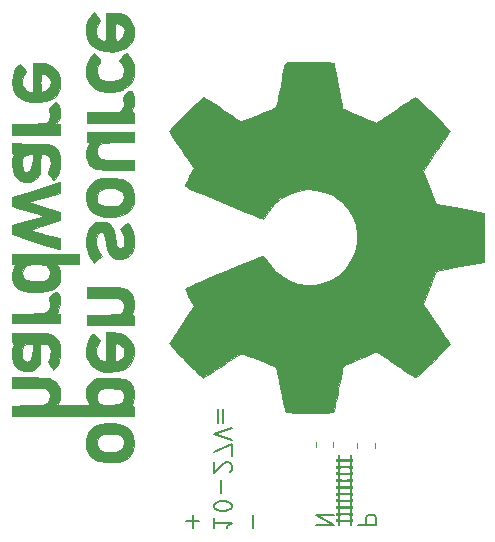
<source format=gbo>
G04 #@! TF.GenerationSoftware,KiCad,Pcbnew,8.0.6*
G04 #@! TF.CreationDate,2024-11-03T17:59:08+01:00*
G04 #@! TF.ProjectId,s3main,73336d61-696e-42e6-9b69-6361645f7063,A*
G04 #@! TF.SameCoordinates,Original*
G04 #@! TF.FileFunction,Legend,Bot*
G04 #@! TF.FilePolarity,Positive*
%FSLAX46Y46*%
G04 Gerber Fmt 4.6, Leading zero omitted, Abs format (unit mm)*
G04 Created by KiCad (PCBNEW 8.0.6) date 2024-11-03 17:59:08*
%MOMM*%
%LPD*%
G01*
G04 APERTURE LIST*
%ADD10C,0.150000*%
%ADD11C,0.120000*%
%ADD12C,0.000000*%
%ADD13C,0.010000*%
G04 APERTURE END LIST*
D10*
X144614700Y-120928571D02*
X144614700Y-122071429D01*
X141313871Y-121214284D02*
X141313871Y-122071427D01*
X141313871Y-121642856D02*
X142813871Y-121642856D01*
X142813871Y-121642856D02*
X142599585Y-121785713D01*
X142599585Y-121785713D02*
X142456728Y-121928570D01*
X142456728Y-121928570D02*
X142385300Y-122071427D01*
X142813871Y-120285713D02*
X142813871Y-120142856D01*
X142813871Y-120142856D02*
X142742442Y-119999999D01*
X142742442Y-119999999D02*
X142671014Y-119928571D01*
X142671014Y-119928571D02*
X142528157Y-119857142D01*
X142528157Y-119857142D02*
X142242442Y-119785713D01*
X142242442Y-119785713D02*
X141885300Y-119785713D01*
X141885300Y-119785713D02*
X141599585Y-119857142D01*
X141599585Y-119857142D02*
X141456728Y-119928571D01*
X141456728Y-119928571D02*
X141385300Y-119999999D01*
X141385300Y-119999999D02*
X141313871Y-120142856D01*
X141313871Y-120142856D02*
X141313871Y-120285713D01*
X141313871Y-120285713D02*
X141385300Y-120428571D01*
X141385300Y-120428571D02*
X141456728Y-120499999D01*
X141456728Y-120499999D02*
X141599585Y-120571428D01*
X141599585Y-120571428D02*
X141885300Y-120642856D01*
X141885300Y-120642856D02*
X142242442Y-120642856D01*
X142242442Y-120642856D02*
X142528157Y-120571428D01*
X142528157Y-120571428D02*
X142671014Y-120499999D01*
X142671014Y-120499999D02*
X142742442Y-120428571D01*
X142742442Y-120428571D02*
X142813871Y-120285713D01*
X141885300Y-119142857D02*
X141885300Y-118000000D01*
X142671014Y-117357142D02*
X142742442Y-117285714D01*
X142742442Y-117285714D02*
X142813871Y-117142857D01*
X142813871Y-117142857D02*
X142813871Y-116785714D01*
X142813871Y-116785714D02*
X142742442Y-116642857D01*
X142742442Y-116642857D02*
X142671014Y-116571428D01*
X142671014Y-116571428D02*
X142528157Y-116499999D01*
X142528157Y-116499999D02*
X142385300Y-116499999D01*
X142385300Y-116499999D02*
X142171014Y-116571428D01*
X142171014Y-116571428D02*
X141313871Y-117428571D01*
X141313871Y-117428571D02*
X141313871Y-116499999D01*
X142813871Y-116000000D02*
X142813871Y-115000000D01*
X142813871Y-115000000D02*
X141313871Y-115642857D01*
X142813871Y-114642857D02*
X141313871Y-114142857D01*
X141313871Y-114142857D02*
X142813871Y-113642857D01*
X142099585Y-113142858D02*
X142099585Y-112000001D01*
X141671014Y-112000001D02*
X141671014Y-113142858D01*
X140071428Y-121514700D02*
X138928571Y-121514700D01*
X139499999Y-122086128D02*
X139499999Y-120943271D01*
X153513871Y-121792857D02*
X155013871Y-121792857D01*
X155013871Y-121792857D02*
X155013871Y-121221428D01*
X155013871Y-121221428D02*
X154942442Y-121078571D01*
X154942442Y-121078571D02*
X154871014Y-121007142D01*
X154871014Y-121007142D02*
X154728157Y-120935714D01*
X154728157Y-120935714D02*
X154513871Y-120935714D01*
X154513871Y-120935714D02*
X154371014Y-121007142D01*
X154371014Y-121007142D02*
X154299585Y-121078571D01*
X154299585Y-121078571D02*
X154228157Y-121221428D01*
X154228157Y-121221428D02*
X154228157Y-121792857D01*
X151486128Y-120971428D02*
X149986128Y-120971428D01*
X149986128Y-120971428D02*
X151486128Y-121828571D01*
X151486128Y-121828571D02*
X149986128Y-121828571D01*
D11*
X153465000Y-114872936D02*
X153465000Y-115327064D01*
X154935000Y-114872936D02*
X154935000Y-115327064D01*
D12*
G36*
X151987398Y-116070510D02*
G01*
X151987417Y-116096445D01*
X151987603Y-116142812D01*
X151988044Y-116178615D01*
X151988811Y-116205171D01*
X151989970Y-116223795D01*
X151991591Y-116235805D01*
X151993741Y-116242517D01*
X151996491Y-116245247D01*
X151996709Y-116245323D01*
X152006300Y-116246817D01*
X152026143Y-116248821D01*
X152054140Y-116251158D01*
X152088194Y-116253653D01*
X152126210Y-116256129D01*
X152144246Y-116257058D01*
X152183898Y-116258373D01*
X152231948Y-116259289D01*
X152286495Y-116259826D01*
X152345640Y-116259999D01*
X152390409Y-116259874D01*
X152407483Y-116259826D01*
X152470125Y-116259325D01*
X152531664Y-116258513D01*
X152590202Y-116257407D01*
X152643838Y-116256024D01*
X152690673Y-116254382D01*
X152728806Y-116252498D01*
X152756337Y-116250390D01*
X152796972Y-116246222D01*
X152798634Y-116072742D01*
X152800296Y-115899262D01*
X152881467Y-115899262D01*
X152962638Y-115899262D01*
X152962638Y-116064927D01*
X152962638Y-116230593D01*
X153037413Y-116230593D01*
X153112188Y-116230593D01*
X153114192Y-116285294D01*
X153114393Y-116291498D01*
X153114852Y-116320291D01*
X153114795Y-116352973D01*
X153114291Y-116386811D01*
X153113412Y-116419074D01*
X153112227Y-116447030D01*
X153110806Y-116467946D01*
X153109220Y-116479092D01*
X153104826Y-116482477D01*
X153091766Y-116485029D01*
X153068833Y-116486459D01*
X153034727Y-116486906D01*
X152962638Y-116486906D01*
X152962638Y-116643195D01*
X152962638Y-116799483D01*
X153036728Y-116799483D01*
X153110817Y-116799483D01*
X153113660Y-116869813D01*
X153114245Y-116888547D01*
X153114669Y-116926968D01*
X153114252Y-116964923D01*
X153113026Y-116996406D01*
X153109549Y-117052670D01*
X153036094Y-117054432D01*
X152962638Y-117056193D01*
X152962638Y-117212283D01*
X152962638Y-117368373D01*
X153036728Y-117368373D01*
X153110817Y-117368373D01*
X153113660Y-117438703D01*
X153114245Y-117457437D01*
X153114669Y-117495857D01*
X153114252Y-117533813D01*
X153113026Y-117565296D01*
X153109549Y-117621560D01*
X153036094Y-117623322D01*
X152962638Y-117625083D01*
X152962638Y-117781173D01*
X152962638Y-117937263D01*
X153036728Y-117937263D01*
X153110817Y-117937263D01*
X153113660Y-118007593D01*
X153114245Y-118026327D01*
X153114669Y-118064747D01*
X153114252Y-118102703D01*
X153113026Y-118134186D01*
X153109549Y-118190450D01*
X153036087Y-118190450D01*
X152962624Y-118190450D01*
X152962631Y-118348302D01*
X152962638Y-118506153D01*
X153036837Y-118506153D01*
X153111036Y-118506153D01*
X153113831Y-118570231D01*
X153114220Y-118580559D01*
X153114947Y-118619170D01*
X153114843Y-118659824D01*
X153113905Y-118695262D01*
X153111184Y-118756214D01*
X153036911Y-118756214D01*
X152962638Y-118756214D01*
X152962638Y-118915629D01*
X152962638Y-119075043D01*
X153036911Y-119075043D01*
X153111184Y-119075043D01*
X153113905Y-119135995D01*
X153114282Y-119145889D01*
X153114964Y-119183701D01*
X153114812Y-119224500D01*
X153113831Y-119261026D01*
X153111036Y-119325104D01*
X153036837Y-119325104D01*
X152962638Y-119325104D01*
X152962631Y-119482956D01*
X152962624Y-119640807D01*
X153036087Y-119640807D01*
X153109549Y-119640807D01*
X153113026Y-119697071D01*
X153113784Y-119712816D01*
X153114579Y-119748523D01*
X153114547Y-119787475D01*
X153113660Y-119823665D01*
X153110817Y-119893994D01*
X153036728Y-119893994D01*
X152962638Y-119893994D01*
X152962638Y-120050085D01*
X152962638Y-120206175D01*
X153036094Y-120207936D01*
X153109549Y-120209697D01*
X153113026Y-120265961D01*
X153113784Y-120281706D01*
X153114579Y-120317413D01*
X153114547Y-120356365D01*
X153113660Y-120392555D01*
X153110817Y-120462884D01*
X153036728Y-120462884D01*
X152962638Y-120462884D01*
X152962638Y-120618975D01*
X152962638Y-120775065D01*
X153036094Y-120776826D01*
X153109549Y-120778587D01*
X153113026Y-120834851D01*
X153113784Y-120850596D01*
X153114579Y-120886303D01*
X153114547Y-120925255D01*
X153113660Y-120961445D01*
X153110817Y-121031774D01*
X153036728Y-121031774D01*
X152962638Y-121031774D01*
X152962638Y-121187864D01*
X152962638Y-121343955D01*
X153036094Y-121345716D01*
X153109549Y-121347477D01*
X153113026Y-121403741D01*
X153113784Y-121419486D01*
X153114579Y-121455193D01*
X153114547Y-121494145D01*
X153113660Y-121530335D01*
X153110817Y-121600664D01*
X153036728Y-121600664D01*
X152962638Y-121600664D01*
X152962638Y-121750701D01*
X152962638Y-121900738D01*
X152881475Y-121900738D01*
X152800313Y-121900738D01*
X152798643Y-121742887D01*
X152796972Y-121585036D01*
X152756337Y-121580821D01*
X152739402Y-121579402D01*
X152705364Y-121577500D01*
X152661982Y-121575817D01*
X152611133Y-121574371D01*
X152554690Y-121573179D01*
X152494531Y-121572259D01*
X152432529Y-121571629D01*
X152370561Y-121571306D01*
X152310501Y-121571307D01*
X152254225Y-121571651D01*
X152203608Y-121572355D01*
X152160527Y-121573437D01*
X152126855Y-121574913D01*
X152124988Y-121575024D01*
X152087156Y-121577441D01*
X152053336Y-121579900D01*
X152025648Y-121582224D01*
X152006208Y-121584238D01*
X151997135Y-121585763D01*
X151995824Y-121586461D01*
X151993066Y-121590165D01*
X151990971Y-121597812D01*
X151989452Y-121610829D01*
X151988423Y-121630641D01*
X151987795Y-121658675D01*
X151987483Y-121696359D01*
X151987398Y-121745119D01*
X151987398Y-121900738D01*
X151909254Y-121900738D01*
X151831110Y-121900738D01*
X151831110Y-121750701D01*
X151831110Y-121600664D01*
X151760161Y-121600664D01*
X151689213Y-121600664D01*
X151685304Y-121536586D01*
X151684788Y-121526834D01*
X151683768Y-121487537D01*
X151683942Y-121445545D01*
X151685309Y-121408430D01*
X151689224Y-121344351D01*
X151760167Y-121344351D01*
X151831110Y-121344351D01*
X151831110Y-121188063D01*
X151831110Y-121031774D01*
X151760161Y-121031774D01*
X151689213Y-121031774D01*
X151688511Y-121020265D01*
X151987398Y-121020265D01*
X151987398Y-121187891D01*
X151987429Y-121221706D01*
X151987634Y-121265310D01*
X151988098Y-121298649D01*
X151988898Y-121323090D01*
X151990110Y-121339999D01*
X151991811Y-121350742D01*
X151994076Y-121356685D01*
X151996983Y-121359195D01*
X152005816Y-121360700D01*
X152025067Y-121362736D01*
X152052542Y-121365099D01*
X152086094Y-121367605D01*
X152123576Y-121370069D01*
X152132197Y-121370552D01*
X152168997Y-121371965D01*
X152215166Y-121372992D01*
X152268717Y-121373649D01*
X152327661Y-121373950D01*
X152390010Y-121373910D01*
X152453775Y-121373544D01*
X152516969Y-121372866D01*
X152577603Y-121371893D01*
X152633688Y-121370639D01*
X152683238Y-121369118D01*
X152724263Y-121367346D01*
X152754774Y-121365337D01*
X152800098Y-121361426D01*
X152800098Y-121190770D01*
X152800095Y-121174723D01*
X152800003Y-121127287D01*
X152799723Y-121090553D01*
X152799166Y-121063125D01*
X152798244Y-121043610D01*
X152796870Y-121030613D01*
X152794956Y-121022738D01*
X152792415Y-121018592D01*
X152789158Y-121016780D01*
X152785626Y-121015998D01*
X152768873Y-121013977D01*
X152742074Y-121011880D01*
X152706976Y-121009775D01*
X152665325Y-121007731D01*
X152618868Y-121005816D01*
X152569352Y-121004098D01*
X152518525Y-121002647D01*
X152468132Y-121001529D01*
X152419922Y-121000815D01*
X152375640Y-121000573D01*
X152340826Y-121000739D01*
X152288426Y-121001482D01*
X152235172Y-121002744D01*
X152182974Y-121004443D01*
X152133739Y-121006497D01*
X152089376Y-121008822D01*
X152051791Y-121011337D01*
X152022893Y-121013960D01*
X152004590Y-121016607D01*
X151987398Y-121020265D01*
X151688511Y-121020265D01*
X151685304Y-120967696D01*
X151684788Y-120957944D01*
X151683768Y-120918647D01*
X151683942Y-120876655D01*
X151685309Y-120839540D01*
X151689224Y-120775461D01*
X151760167Y-120775461D01*
X151831110Y-120775461D01*
X151831110Y-120619173D01*
X151831110Y-120462884D01*
X151760161Y-120462884D01*
X151689213Y-120462884D01*
X151688519Y-120451514D01*
X151987199Y-120451514D01*
X151988862Y-120621278D01*
X151990524Y-120791043D01*
X152028033Y-120796753D01*
X152028188Y-120796776D01*
X152043345Y-120798066D01*
X152069465Y-120799213D01*
X152105037Y-120800213D01*
X152148546Y-120801063D01*
X152198480Y-120801759D01*
X152253327Y-120802298D01*
X152311573Y-120802677D01*
X152371706Y-120802892D01*
X152375640Y-120802895D01*
X152432213Y-120802940D01*
X152491580Y-120802818D01*
X152548296Y-120802522D01*
X152600847Y-120802049D01*
X152647720Y-120801396D01*
X152687403Y-120800559D01*
X152718382Y-120799535D01*
X152739146Y-120798321D01*
X152800098Y-120793049D01*
X152800098Y-120621999D01*
X152800098Y-120450948D01*
X152779781Y-120447443D01*
X152772552Y-120446414D01*
X152748877Y-120444154D01*
X152715582Y-120441873D01*
X152674632Y-120439647D01*
X152627989Y-120437552D01*
X152577619Y-120435666D01*
X152525483Y-120434066D01*
X152473545Y-120432827D01*
X152423770Y-120432027D01*
X152378119Y-120431742D01*
X152372745Y-120431747D01*
X152321271Y-120432174D01*
X152267285Y-120433236D01*
X152212932Y-120434840D01*
X152160358Y-120436892D01*
X152111707Y-120439300D01*
X152069124Y-120441969D01*
X152034754Y-120444807D01*
X152010742Y-120447720D01*
X151987199Y-120451514D01*
X151688519Y-120451514D01*
X151685304Y-120398806D01*
X151684788Y-120389054D01*
X151683768Y-120349757D01*
X151683942Y-120307765D01*
X151685309Y-120270650D01*
X151689224Y-120206571D01*
X151760167Y-120206571D01*
X151831110Y-120206571D01*
X151831110Y-120050283D01*
X151831110Y-119893994D01*
X151760161Y-119893994D01*
X151689213Y-119893994D01*
X151688542Y-119882987D01*
X151987200Y-119882987D01*
X151988862Y-120052519D01*
X151990524Y-120222051D01*
X152021782Y-120227748D01*
X152027689Y-120228460D01*
X152047230Y-120229638D01*
X152076991Y-120230683D01*
X152115505Y-120231592D01*
X152161305Y-120232362D01*
X152212925Y-120232989D01*
X152268898Y-120233469D01*
X152327758Y-120233799D01*
X152378119Y-120233947D01*
X152388037Y-120233976D01*
X152448270Y-120233996D01*
X152506990Y-120233855D01*
X152562729Y-120233551D01*
X152614023Y-120233080D01*
X152659402Y-120232438D01*
X152697403Y-120231622D01*
X152726556Y-120230628D01*
X152745397Y-120229453D01*
X152800098Y-120224204D01*
X152800098Y-120053576D01*
X152800098Y-119882949D01*
X152782906Y-119879398D01*
X152778813Y-119878854D01*
X152762464Y-119877548D01*
X152736149Y-119875929D01*
X152701511Y-119874084D01*
X152660195Y-119872097D01*
X152613847Y-119870054D01*
X152564109Y-119868041D01*
X152531196Y-119866812D01*
X152466566Y-119864771D01*
X152409593Y-119863629D01*
X152356970Y-119863385D01*
X152305392Y-119864039D01*
X152251551Y-119865593D01*
X152192142Y-119868045D01*
X152146396Y-119870242D01*
X152103982Y-119872466D01*
X152066759Y-119874607D01*
X152036552Y-119876554D01*
X152015188Y-119878195D01*
X152004491Y-119879421D01*
X151987200Y-119882987D01*
X151688542Y-119882987D01*
X151685304Y-119829916D01*
X151684788Y-119820164D01*
X151683768Y-119780867D01*
X151683942Y-119738875D01*
X151685309Y-119701760D01*
X151689224Y-119637681D01*
X151760167Y-119637681D01*
X151831110Y-119637681D01*
X151831110Y-119481393D01*
X151831110Y-119325104D01*
X151760167Y-119325104D01*
X151689224Y-119325104D01*
X151688559Y-119314237D01*
X151987398Y-119314237D01*
X151987398Y-119484608D01*
X151987398Y-119654979D01*
X152029488Y-119659487D01*
X152051703Y-119661482D01*
X152094882Y-119664118D01*
X152147358Y-119666239D01*
X152207198Y-119667847D01*
X152272466Y-119668940D01*
X152341228Y-119669521D01*
X152356970Y-119669536D01*
X152411549Y-119669590D01*
X152481496Y-119669146D01*
X152549134Y-119668192D01*
X152612527Y-119666726D01*
X152669742Y-119664751D01*
X152718845Y-119662266D01*
X152757900Y-119659272D01*
X152800098Y-119655167D01*
X152800098Y-119484702D01*
X152800098Y-119314237D01*
X152776655Y-119310423D01*
X152772650Y-119309937D01*
X152755573Y-119308610D01*
X152728518Y-119306996D01*
X152693214Y-119305181D01*
X152651388Y-119303250D01*
X152604772Y-119301290D01*
X152555093Y-119299388D01*
X152496925Y-119297717D01*
X152434035Y-119296733D01*
X152369133Y-119296432D01*
X152304034Y-119296778D01*
X152240550Y-119297734D01*
X152180496Y-119299264D01*
X152125684Y-119301330D01*
X152077929Y-119303897D01*
X152039043Y-119306927D01*
X152010841Y-119310384D01*
X151987398Y-119314237D01*
X151688559Y-119314237D01*
X151685260Y-119260314D01*
X151684663Y-119248866D01*
X151683688Y-119210312D01*
X151683884Y-119170100D01*
X151685253Y-119135284D01*
X151689210Y-119075043D01*
X151760160Y-119075043D01*
X151831110Y-119075043D01*
X151831110Y-118915629D01*
X151831110Y-118756214D01*
X151760160Y-118756214D01*
X151689210Y-118756214D01*
X151688495Y-118745322D01*
X151987398Y-118745322D01*
X151987398Y-118915629D01*
X151987398Y-119085935D01*
X152017093Y-119089841D01*
X152020828Y-119090315D01*
X152056729Y-119093771D01*
X152102892Y-119096726D01*
X152157334Y-119099142D01*
X152218075Y-119100979D01*
X152283133Y-119102199D01*
X152350527Y-119102764D01*
X152369133Y-119102729D01*
X152418275Y-119102635D01*
X152484397Y-119101774D01*
X152546911Y-119100142D01*
X152564917Y-119099521D01*
X152613681Y-119097719D01*
X152659072Y-119095875D01*
X152699264Y-119094072D01*
X152732433Y-119092396D01*
X152756754Y-119090931D01*
X152770403Y-119089762D01*
X152800098Y-119085935D01*
X152800098Y-118915629D01*
X152800098Y-118745322D01*
X152770403Y-118741441D01*
X152766707Y-118741042D01*
X152748898Y-118739739D01*
X152721088Y-118738170D01*
X152685097Y-118736420D01*
X152642746Y-118734574D01*
X152595854Y-118732718D01*
X152546242Y-118730937D01*
X152484147Y-118729296D01*
X152417042Y-118728410D01*
X152348429Y-118728290D01*
X152280308Y-118728896D01*
X152214680Y-118730189D01*
X152153543Y-118732129D01*
X152098900Y-118734676D01*
X152052750Y-118737791D01*
X152017093Y-118741434D01*
X151987398Y-118745322D01*
X151688495Y-118745322D01*
X151685253Y-118695974D01*
X151684657Y-118685210D01*
X151683686Y-118647774D01*
X151683887Y-118607334D01*
X151685260Y-118570943D01*
X151689224Y-118506153D01*
X151760167Y-118506153D01*
X151831110Y-118506153D01*
X151831110Y-118350069D01*
X151831110Y-118193986D01*
X151760780Y-118192218D01*
X151690450Y-118190450D01*
X151689243Y-118176436D01*
X151987398Y-118176436D01*
X151987398Y-118346696D01*
X151987398Y-118516957D01*
X152016369Y-118520927D01*
X152047058Y-118524328D01*
X152092940Y-118527753D01*
X152147683Y-118530540D01*
X152209330Y-118532651D01*
X152275923Y-118534045D01*
X152345505Y-118534683D01*
X152348429Y-118534677D01*
X152416118Y-118534527D01*
X152485805Y-118533537D01*
X152552607Y-118531673D01*
X152577747Y-118530752D01*
X152626417Y-118528840D01*
X152671166Y-118526917D01*
X152710279Y-118525066D01*
X152742042Y-118523370D01*
X152764739Y-118521914D01*
X152776655Y-118520780D01*
X152800098Y-118517058D01*
X152800098Y-118346574D01*
X152800098Y-118176090D01*
X152757900Y-118172030D01*
X152739584Y-118170450D01*
X152692886Y-118167500D01*
X152637376Y-118165117D01*
X152574989Y-118163301D01*
X152507662Y-118162051D01*
X152437332Y-118161367D01*
X152365936Y-118161247D01*
X152295411Y-118161691D01*
X152227693Y-118162698D01*
X152164718Y-118164267D01*
X152108424Y-118166397D01*
X152060747Y-118169088D01*
X152023624Y-118172338D01*
X151987398Y-118176436D01*
X151689243Y-118176436D01*
X151686142Y-118140438D01*
X151684953Y-118120405D01*
X151684185Y-118086904D01*
X151684333Y-118049723D01*
X151685425Y-118013844D01*
X151688499Y-117948318D01*
X151987200Y-117948318D01*
X152007617Y-117951760D01*
X152017193Y-117952805D01*
X152038210Y-117954421D01*
X152068132Y-117956372D01*
X152105049Y-117958543D01*
X152147047Y-117960816D01*
X152192215Y-117963073D01*
X152225835Y-117964597D01*
X152279016Y-117966527D01*
X152329129Y-117967590D01*
X152365936Y-117967735D01*
X152379280Y-117967787D01*
X152432580Y-117967117D01*
X152492135Y-117965583D01*
X152561056Y-117963186D01*
X152590818Y-117962027D01*
X152639133Y-117960013D01*
X152683101Y-117958016D01*
X152721092Y-117956120D01*
X152751476Y-117954408D01*
X152772624Y-117952963D01*
X152782906Y-117951869D01*
X152800098Y-117948308D01*
X152800098Y-117777681D01*
X152800098Y-117607054D01*
X152745397Y-117601804D01*
X152736272Y-117601128D01*
X152711511Y-117600054D01*
X152677253Y-117599160D01*
X152634965Y-117598441D01*
X152586113Y-117597894D01*
X152532165Y-117597517D01*
X152474586Y-117597304D01*
X152414843Y-117597253D01*
X152354403Y-117597361D01*
X152294733Y-117597624D01*
X152237298Y-117598038D01*
X152183567Y-117598600D01*
X152135005Y-117599306D01*
X152093078Y-117600154D01*
X152059255Y-117601140D01*
X152035000Y-117602259D01*
X152021782Y-117603509D01*
X151990524Y-117609207D01*
X151988862Y-117778762D01*
X151987200Y-117948318D01*
X151688499Y-117948318D01*
X151689018Y-117937263D01*
X151760064Y-117937263D01*
X151831110Y-117937263D01*
X151831110Y-117780975D01*
X151831110Y-117624686D01*
X151760161Y-117624686D01*
X151689213Y-117624686D01*
X151685304Y-117560608D01*
X151684788Y-117550856D01*
X151683768Y-117511559D01*
X151683942Y-117469567D01*
X151685309Y-117432451D01*
X151688529Y-117379743D01*
X151987199Y-117379743D01*
X152010742Y-117383573D01*
X152017695Y-117384572D01*
X152044154Y-117387282D01*
X152080156Y-117389941D01*
X152123541Y-117392455D01*
X152172150Y-117394729D01*
X152223824Y-117396670D01*
X152276403Y-117398182D01*
X152327728Y-117399171D01*
X152375640Y-117399542D01*
X152407128Y-117399400D01*
X152414843Y-117399292D01*
X152453425Y-117398750D01*
X152503144Y-117397646D01*
X152554294Y-117396166D01*
X152604884Y-117394388D01*
X152652925Y-117392389D01*
X152696425Y-117390247D01*
X152733395Y-117388041D01*
X152761843Y-117385847D01*
X152779781Y-117383744D01*
X152800098Y-117380310D01*
X152800098Y-117209259D01*
X152800098Y-117038208D01*
X152739146Y-117032936D01*
X152738873Y-117032913D01*
X152717849Y-117031696D01*
X152686649Y-117030669D01*
X152646785Y-117029829D01*
X152599769Y-117029173D01*
X152547113Y-117028697D01*
X152490328Y-117028399D01*
X152430927Y-117028275D01*
X152370421Y-117028322D01*
X152310323Y-117028536D01*
X152252143Y-117028915D01*
X152197395Y-117029455D01*
X152147589Y-117030153D01*
X152104238Y-117031005D01*
X152068854Y-117032009D01*
X152042948Y-117033161D01*
X152028033Y-117034458D01*
X151990524Y-117040215D01*
X151988862Y-117209979D01*
X151987199Y-117379743D01*
X151688529Y-117379743D01*
X151689224Y-117368373D01*
X151760167Y-117368373D01*
X151831110Y-117368373D01*
X151831110Y-117212085D01*
X151831110Y-117055796D01*
X151760161Y-117055796D01*
X151689213Y-117055796D01*
X151685304Y-116991718D01*
X151684788Y-116981966D01*
X151683768Y-116942669D01*
X151683942Y-116900677D01*
X151685309Y-116863561D01*
X151688523Y-116810949D01*
X151987199Y-116810949D01*
X152004490Y-116814665D01*
X152019325Y-116816892D01*
X152046405Y-116819441D01*
X152082451Y-116821912D01*
X152125574Y-116824224D01*
X152173886Y-116826298D01*
X152225497Y-116828054D01*
X152278520Y-116829411D01*
X152331065Y-116830291D01*
X152381245Y-116830612D01*
X152422606Y-116830399D01*
X152430927Y-116830279D01*
X152471391Y-116829697D01*
X152522358Y-116828574D01*
X152573671Y-116827103D01*
X152623495Y-116825353D01*
X152669994Y-116823397D01*
X152711333Y-116821305D01*
X152745676Y-116819148D01*
X152771187Y-116816998D01*
X152786032Y-116814925D01*
X152800098Y-116811748D01*
X152800098Y-116640566D01*
X152800098Y-116469385D01*
X152726643Y-116464080D01*
X152722197Y-116463785D01*
X152695774Y-116462598D01*
X152659725Y-116461618D01*
X152615630Y-116460840D01*
X152565070Y-116460261D01*
X152509627Y-116459876D01*
X152450879Y-116459681D01*
X152390409Y-116459673D01*
X152329796Y-116459847D01*
X152270621Y-116460199D01*
X152214465Y-116460725D01*
X152162908Y-116461422D01*
X152117531Y-116462286D01*
X152079914Y-116463311D01*
X152051639Y-116464495D01*
X152034285Y-116465833D01*
X151990524Y-116471277D01*
X151988862Y-116641113D01*
X151987199Y-116810949D01*
X151688523Y-116810949D01*
X151689224Y-116799483D01*
X151760167Y-116799483D01*
X151831110Y-116799483D01*
X151831110Y-116643195D01*
X151831110Y-116486906D01*
X151760167Y-116486906D01*
X151689224Y-116486906D01*
X151685309Y-116422828D01*
X151684793Y-116413076D01*
X151683769Y-116373779D01*
X151683939Y-116331787D01*
X151685304Y-116294671D01*
X151689213Y-116230593D01*
X151760161Y-116230593D01*
X151831110Y-116230593D01*
X151831110Y-116064927D01*
X151831110Y-115899262D01*
X151909254Y-115899262D01*
X151987398Y-115899262D01*
X151987398Y-116070510D01*
G37*
D13*
X134345440Y-85111388D02*
X134456022Y-85295816D01*
X134543538Y-85582262D01*
X134586934Y-85893039D01*
X134570595Y-86155732D01*
X134506862Y-86359891D01*
X134400928Y-86611311D01*
X134344000Y-86733043D01*
X134333708Y-86820899D01*
X134412616Y-86840327D01*
X134414849Y-86840345D01*
X134490183Y-86881484D01*
X134528797Y-87023363D01*
X134539672Y-87298360D01*
X134539672Y-87756393D01*
X130542295Y-87756393D01*
X130542295Y-86840327D01*
X133298445Y-86840327D01*
X133509496Y-86612599D01*
X133569478Y-86541453D01*
X133671960Y-86329532D01*
X133676067Y-86068559D01*
X133585636Y-85713213D01*
X133579910Y-85593426D01*
X133667636Y-85452907D01*
X133876147Y-85265873D01*
X133991483Y-85175146D01*
X134154333Y-85067848D01*
X134257993Y-85051311D01*
X134345440Y-85111388D01*
G36*
X134345440Y-85111388D02*
G01*
X134456022Y-85295816D01*
X134543538Y-85582262D01*
X134586934Y-85893039D01*
X134570595Y-86155732D01*
X134506862Y-86359891D01*
X134400928Y-86611311D01*
X134344000Y-86733043D01*
X134333708Y-86820899D01*
X134412616Y-86840327D01*
X134414849Y-86840345D01*
X134490183Y-86881484D01*
X134528797Y-87023363D01*
X134539672Y-87298360D01*
X134539672Y-87756393D01*
X130542295Y-87756393D01*
X130542295Y-86840327D01*
X133298445Y-86840327D01*
X133509496Y-86612599D01*
X133569478Y-86541453D01*
X133671960Y-86329532D01*
X133676067Y-86068559D01*
X133585636Y-85713213D01*
X133579910Y-85593426D01*
X133667636Y-85452907D01*
X133876147Y-85265873D01*
X133991483Y-85175146D01*
X134154333Y-85067848D01*
X134257993Y-85051311D01*
X134345440Y-85111388D01*
G37*
X128138515Y-86167375D02*
X128231966Y-86349636D01*
X128295081Y-86669786D01*
X128297148Y-87030638D01*
X128238924Y-87368640D01*
X128121169Y-87620244D01*
X127948567Y-87839672D01*
X128121169Y-87839672D01*
X128186704Y-87845139D01*
X128256186Y-87896016D01*
X128286875Y-88033601D01*
X128293771Y-88297704D01*
X128293771Y-88755737D01*
X124213115Y-88755737D01*
X124213115Y-87839672D01*
X125541656Y-87839672D01*
X125617925Y-87839562D01*
X126154063Y-87831747D01*
X126590788Y-87812568D01*
X126905770Y-87783393D01*
X127076683Y-87745590D01*
X127141202Y-87710879D01*
X127343560Y-87497201D01*
X127433134Y-87206148D01*
X127391346Y-86888333D01*
X127363024Y-86810378D01*
X127312963Y-86644312D01*
X127328509Y-86530815D01*
X127430267Y-86416611D01*
X127638843Y-86248425D01*
X127983260Y-85975642D01*
X128138515Y-86167375D01*
G36*
X128138515Y-86167375D02*
G01*
X128231966Y-86349636D01*
X128295081Y-86669786D01*
X128297148Y-87030638D01*
X128238924Y-87368640D01*
X128121169Y-87620244D01*
X127948567Y-87839672D01*
X128121169Y-87839672D01*
X128186704Y-87845139D01*
X128256186Y-87896016D01*
X128286875Y-88033601D01*
X128293771Y-88297704D01*
X128293771Y-88755737D01*
X124213115Y-88755737D01*
X124213115Y-87839672D01*
X125541656Y-87839672D01*
X125617925Y-87839562D01*
X126154063Y-87831747D01*
X126590788Y-87812568D01*
X126905770Y-87783393D01*
X127076683Y-87745590D01*
X127141202Y-87710879D01*
X127343560Y-87497201D01*
X127433134Y-87206148D01*
X127391346Y-86888333D01*
X127363024Y-86810378D01*
X127312963Y-86644312D01*
X127328509Y-86530815D01*
X127430267Y-86416611D01*
X127638843Y-86248425D01*
X127983260Y-85975642D01*
X128138515Y-86167375D01*
G37*
X128065913Y-102086680D02*
X128173227Y-102239399D01*
X128248542Y-102480428D01*
X128286774Y-102775474D01*
X128282838Y-103090246D01*
X128231650Y-103390453D01*
X128128126Y-103641803D01*
X128079785Y-103721474D01*
X128009032Y-103855599D01*
X128025234Y-103905249D01*
X128128437Y-103912459D01*
X128165490Y-103914149D01*
X128247564Y-103954325D01*
X128284921Y-104078950D01*
X128293771Y-104328852D01*
X128293771Y-104745245D01*
X124213115Y-104745245D01*
X124213115Y-103912459D01*
X125498513Y-103912459D01*
X125797509Y-103911537D01*
X126292718Y-103902067D01*
X126659333Y-103878095D01*
X126922697Y-103834418D01*
X127108153Y-103765835D01*
X127241042Y-103667147D01*
X127346708Y-103533151D01*
X127425445Y-103386871D01*
X127447769Y-103213656D01*
X127398125Y-102967303D01*
X127377456Y-102888135D01*
X127346350Y-102690525D01*
X127390920Y-102549224D01*
X127528865Y-102385456D01*
X127558864Y-102354379D01*
X127744446Y-102182563D01*
X127895335Y-102071762D01*
X127931685Y-102056562D01*
X128065913Y-102086680D01*
G36*
X128065913Y-102086680D02*
G01*
X128173227Y-102239399D01*
X128248542Y-102480428D01*
X128286774Y-102775474D01*
X128282838Y-103090246D01*
X128231650Y-103390453D01*
X128128126Y-103641803D01*
X128079785Y-103721474D01*
X128009032Y-103855599D01*
X128025234Y-103905249D01*
X128128437Y-103912459D01*
X128165490Y-103914149D01*
X128247564Y-103954325D01*
X128284921Y-104078950D01*
X128293771Y-104328852D01*
X128293771Y-104745245D01*
X124213115Y-104745245D01*
X124213115Y-103912459D01*
X125498513Y-103912459D01*
X125797509Y-103911537D01*
X126292718Y-103902067D01*
X126659333Y-103878095D01*
X126922697Y-103834418D01*
X127108153Y-103765835D01*
X127241042Y-103667147D01*
X127346708Y-103533151D01*
X127425445Y-103386871D01*
X127447769Y-103213656D01*
X127398125Y-102967303D01*
X127377456Y-102888135D01*
X127346350Y-102690525D01*
X127390920Y-102549224D01*
X127528865Y-102385456D01*
X127558864Y-102354379D01*
X127744446Y-102182563D01*
X127895335Y-102071762D01*
X127931685Y-102056562D01*
X128065913Y-102086680D01*
G37*
X134539672Y-89421967D02*
X133243378Y-89421967D01*
X132660209Y-89428991D01*
X132189218Y-89456490D01*
X131846879Y-89512197D01*
X131614010Y-89603832D01*
X131471426Y-89739111D01*
X131399944Y-89925753D01*
X131380379Y-90171475D01*
X131397840Y-90406091D01*
X131466190Y-90595577D01*
X131604659Y-90733304D01*
X131832428Y-90826991D01*
X132168681Y-90884354D01*
X132632604Y-90913112D01*
X133243378Y-90920983D01*
X134539672Y-90920983D01*
X134539672Y-91753770D01*
X132976898Y-91753770D01*
X132559764Y-91752341D01*
X132020347Y-91741238D01*
X131608971Y-91713376D01*
X131302087Y-91662008D01*
X131076144Y-91580384D01*
X130907593Y-91461755D01*
X130772884Y-91299373D01*
X130648469Y-91086490D01*
X130490968Y-90639452D01*
X130480692Y-90172903D01*
X130625736Y-89733029D01*
X130719758Y-89541106D01*
X130733813Y-89445891D01*
X130667375Y-89421967D01*
X130592778Y-89382243D01*
X130553484Y-89240058D01*
X130542295Y-88963934D01*
X130542295Y-88505901D01*
X134539672Y-88505901D01*
X134539672Y-89421967D01*
G36*
X134539672Y-89421967D02*
G01*
X133243378Y-89421967D01*
X132660209Y-89428991D01*
X132189218Y-89456490D01*
X131846879Y-89512197D01*
X131614010Y-89603832D01*
X131471426Y-89739111D01*
X131399944Y-89925753D01*
X131380379Y-90171475D01*
X131397840Y-90406091D01*
X131466190Y-90595577D01*
X131604659Y-90733304D01*
X131832428Y-90826991D01*
X132168681Y-90884354D01*
X132632604Y-90913112D01*
X133243378Y-90920983D01*
X134539672Y-90920983D01*
X134539672Y-91753770D01*
X132976898Y-91753770D01*
X132559764Y-91752341D01*
X132020347Y-91741238D01*
X131608971Y-91713376D01*
X131302087Y-91662008D01*
X131076144Y-91580384D01*
X130907593Y-91461755D01*
X130772884Y-91299373D01*
X130648469Y-91086490D01*
X130490968Y-90639452D01*
X130480692Y-90172903D01*
X130625736Y-89733029D01*
X130719758Y-89541106D01*
X130733813Y-89445891D01*
X130667375Y-89421967D01*
X130592778Y-89382243D01*
X130553484Y-89240058D01*
X130542295Y-88963934D01*
X130542295Y-88505901D01*
X134539672Y-88505901D01*
X134539672Y-89421967D01*
G37*
X132020492Y-101665763D02*
X132086335Y-101665887D01*
X132715105Y-101673830D01*
X133203534Y-101698229D01*
X133575375Y-101745354D01*
X133854378Y-101821476D01*
X134064295Y-101932864D01*
X134228878Y-102085788D01*
X134371876Y-102286520D01*
X134470875Y-102493784D01*
X134560818Y-102911197D01*
X134547553Y-103345454D01*
X134428278Y-103725081D01*
X134347211Y-103892465D01*
X134338838Y-103976650D01*
X134412616Y-103995737D01*
X134414849Y-103995755D01*
X134490183Y-104036894D01*
X134528797Y-104178772D01*
X134539672Y-104453770D01*
X134539672Y-104911803D01*
X130542295Y-104911803D01*
X130542295Y-103995737D01*
X131920179Y-103995737D01*
X132385461Y-103995111D01*
X132767664Y-103990828D01*
X133035118Y-103979367D01*
X133215075Y-103957206D01*
X133334786Y-103920826D01*
X133421502Y-103866706D01*
X133502474Y-103791326D01*
X133588598Y-103688645D01*
X133704314Y-103393387D01*
X133670352Y-103083462D01*
X133487333Y-102799552D01*
X133402152Y-102718405D01*
X133315948Y-102660152D01*
X133201229Y-102621082D01*
X133030387Y-102597362D01*
X132775814Y-102585162D01*
X132409900Y-102580652D01*
X131905038Y-102580000D01*
X130542295Y-102580000D01*
X130542295Y-101663934D01*
X132020492Y-101665763D01*
G36*
X132020492Y-101665763D02*
G01*
X132086335Y-101665887D01*
X132715105Y-101673830D01*
X133203534Y-101698229D01*
X133575375Y-101745354D01*
X133854378Y-101821476D01*
X134064295Y-101932864D01*
X134228878Y-102085788D01*
X134371876Y-102286520D01*
X134470875Y-102493784D01*
X134560818Y-102911197D01*
X134547553Y-103345454D01*
X134428278Y-103725081D01*
X134347211Y-103892465D01*
X134338838Y-103976650D01*
X134412616Y-103995737D01*
X134414849Y-103995755D01*
X134490183Y-104036894D01*
X134528797Y-104178772D01*
X134539672Y-104453770D01*
X134539672Y-104911803D01*
X130542295Y-104911803D01*
X130542295Y-103995737D01*
X131920179Y-103995737D01*
X132385461Y-103995111D01*
X132767664Y-103990828D01*
X133035118Y-103979367D01*
X133215075Y-103957206D01*
X133334786Y-103920826D01*
X133421502Y-103866706D01*
X133502474Y-103791326D01*
X133588598Y-103688645D01*
X133704314Y-103393387D01*
X133670352Y-103083462D01*
X133487333Y-102799552D01*
X133402152Y-102718405D01*
X133315948Y-102660152D01*
X133201229Y-102621082D01*
X133030387Y-102597362D01*
X132775814Y-102585162D01*
X132409900Y-102580652D01*
X131905038Y-102580000D01*
X130542295Y-102580000D01*
X130542295Y-101663934D01*
X132020492Y-101665763D01*
G37*
X131427577Y-82103964D02*
X131593817Y-82275795D01*
X131686374Y-82431225D01*
X131665993Y-82575340D01*
X131541640Y-82759672D01*
X131492957Y-82833169D01*
X131393317Y-83143675D01*
X131393379Y-83500565D01*
X131496073Y-83834700D01*
X131578541Y-83960515D01*
X131822068Y-84145066D01*
X132179752Y-84237584D01*
X132667255Y-84243537D01*
X132667528Y-84243520D01*
X133103693Y-84174684D01*
X133406102Y-84023049D01*
X133593164Y-83773532D01*
X133683287Y-83411050D01*
X133695409Y-83182779D01*
X133645774Y-82983328D01*
X133501981Y-82778772D01*
X133279245Y-82514065D01*
X133548642Y-82178835D01*
X133651847Y-82056362D01*
X133799716Y-81903384D01*
X133886858Y-81843606D01*
X133926129Y-81864775D01*
X134046699Y-81986704D01*
X134200039Y-82180938D01*
X134299820Y-82332913D01*
X134504796Y-82815423D01*
X134576370Y-83318930D01*
X134520605Y-83813071D01*
X134343567Y-84267481D01*
X134051318Y-84651795D01*
X133649922Y-84935648D01*
X133608995Y-84954816D01*
X133209815Y-85076514D01*
X132732981Y-85137316D01*
X132236510Y-85136837D01*
X131778418Y-85074692D01*
X131416722Y-84950494D01*
X131164630Y-84797147D01*
X130807502Y-84459611D01*
X130580491Y-84037567D01*
X130488694Y-83676480D01*
X130478669Y-83126654D01*
X130617114Y-82600520D01*
X130898044Y-82133953D01*
X131146958Y-81831977D01*
X131427577Y-82103964D01*
G36*
X131427577Y-82103964D02*
G01*
X131593817Y-82275795D01*
X131686374Y-82431225D01*
X131665993Y-82575340D01*
X131541640Y-82759672D01*
X131492957Y-82833169D01*
X131393317Y-83143675D01*
X131393379Y-83500565D01*
X131496073Y-83834700D01*
X131578541Y-83960515D01*
X131822068Y-84145066D01*
X132179752Y-84237584D01*
X132667255Y-84243537D01*
X132667528Y-84243520D01*
X133103693Y-84174684D01*
X133406102Y-84023049D01*
X133593164Y-83773532D01*
X133683287Y-83411050D01*
X133695409Y-83182779D01*
X133645774Y-82983328D01*
X133501981Y-82778772D01*
X133279245Y-82514065D01*
X133548642Y-82178835D01*
X133651847Y-82056362D01*
X133799716Y-81903384D01*
X133886858Y-81843606D01*
X133926129Y-81864775D01*
X134046699Y-81986704D01*
X134200039Y-82180938D01*
X134299820Y-82332913D01*
X134504796Y-82815423D01*
X134576370Y-83318930D01*
X134520605Y-83813071D01*
X134343567Y-84267481D01*
X134051318Y-84651795D01*
X133649922Y-84935648D01*
X133608995Y-84954816D01*
X133209815Y-85076514D01*
X132732981Y-85137316D01*
X132236510Y-85136837D01*
X131778418Y-85074692D01*
X131416722Y-84950494D01*
X131164630Y-84797147D01*
X130807502Y-84459611D01*
X130580491Y-84037567D01*
X130488694Y-83676480D01*
X130478669Y-83126654D01*
X130617114Y-82600520D01*
X130898044Y-82133953D01*
X131146958Y-81831977D01*
X131427577Y-82103964D01*
G37*
X132973335Y-92439033D02*
X133344186Y-92482228D01*
X133604325Y-92548892D01*
X133898853Y-92704169D01*
X134260991Y-93033728D01*
X134490390Y-93454957D01*
X134581189Y-93955328D01*
X134527528Y-94522316D01*
X134504669Y-94616659D01*
X134307540Y-95056013D01*
X133983902Y-95387086D01*
X133533732Y-95609888D01*
X132957011Y-95724430D01*
X132584894Y-95727761D01*
X132253717Y-95730725D01*
X131990161Y-95707491D01*
X131486995Y-95604801D01*
X131103045Y-95421123D01*
X130813033Y-95141558D01*
X130591678Y-94751208D01*
X130538998Y-94599651D01*
X130477401Y-94231814D01*
X131383900Y-94231814D01*
X131430820Y-94482899D01*
X131498103Y-94580897D01*
X131733394Y-94718455D01*
X132101647Y-94805011D01*
X132584894Y-94835081D01*
X132724002Y-94834601D01*
X133005872Y-94824154D01*
X133189748Y-94789414D01*
X133325614Y-94716530D01*
X133463455Y-94591651D01*
X133630524Y-94354026D01*
X133698827Y-94044677D01*
X133633773Y-93745791D01*
X133445619Y-93497617D01*
X133144621Y-93340407D01*
X132884708Y-93285652D01*
X132452838Y-93261152D01*
X132049899Y-93311310D01*
X131718802Y-93429143D01*
X131502456Y-93607668D01*
X131465310Y-93675333D01*
X131397792Y-93933363D01*
X131383900Y-94231814D01*
X130477401Y-94231814D01*
X130473270Y-94207146D01*
X130475057Y-93794109D01*
X130547254Y-93445585D01*
X130549875Y-93438735D01*
X130715097Y-93157869D01*
X130970868Y-92874115D01*
X131263355Y-92638665D01*
X131538727Y-92502713D01*
X131740019Y-92462412D01*
X132116900Y-92427910D01*
X132546122Y-92420521D01*
X132973335Y-92439033D01*
G36*
X132973335Y-92439033D02*
G01*
X133344186Y-92482228D01*
X133604325Y-92548892D01*
X133898853Y-92704169D01*
X134260991Y-93033728D01*
X134490390Y-93454957D01*
X134581189Y-93955328D01*
X134527528Y-94522316D01*
X134504669Y-94616659D01*
X134307540Y-95056013D01*
X133983902Y-95387086D01*
X133533732Y-95609888D01*
X132957011Y-95724430D01*
X132584894Y-95727761D01*
X132253717Y-95730725D01*
X131990161Y-95707491D01*
X131486995Y-95604801D01*
X131103045Y-95421123D01*
X130813033Y-95141558D01*
X130591678Y-94751208D01*
X130538998Y-94599651D01*
X130477401Y-94231814D01*
X131383900Y-94231814D01*
X131430820Y-94482899D01*
X131498103Y-94580897D01*
X131733394Y-94718455D01*
X132101647Y-94805011D01*
X132584894Y-94835081D01*
X132724002Y-94834601D01*
X133005872Y-94824154D01*
X133189748Y-94789414D01*
X133325614Y-94716530D01*
X133463455Y-94591651D01*
X133630524Y-94354026D01*
X133698827Y-94044677D01*
X133633773Y-93745791D01*
X133445619Y-93497617D01*
X133144621Y-93340407D01*
X132884708Y-93285652D01*
X132452838Y-93261152D01*
X132049899Y-93311310D01*
X131718802Y-93429143D01*
X131502456Y-93607668D01*
X131465310Y-93675333D01*
X131397792Y-93933363D01*
X131383900Y-94231814D01*
X130477401Y-94231814D01*
X130473270Y-94207146D01*
X130475057Y-93794109D01*
X130547254Y-93445585D01*
X130549875Y-93438735D01*
X130715097Y-93157869D01*
X130970868Y-92874115D01*
X131263355Y-92638665D01*
X131538727Y-92502713D01*
X131740019Y-92462412D01*
X132116900Y-92427910D01*
X132546122Y-92420521D01*
X132973335Y-92439033D01*
G37*
X128293771Y-93715727D02*
X127440164Y-93945289D01*
X127214615Y-94006316D01*
X126794128Y-94121733D01*
X126411593Y-94228618D01*
X126128525Y-94309871D01*
X125670492Y-94444890D01*
X126961312Y-94875503D01*
X128252131Y-95306115D01*
X128276856Y-95635479D01*
X128301582Y-95964844D01*
X126986089Y-96393951D01*
X126650179Y-96506538D01*
X126278317Y-96639724D01*
X125996607Y-96750939D01*
X125828004Y-96830991D01*
X125795462Y-96870688D01*
X125823761Y-96880267D01*
X125997339Y-96932111D01*
X126287246Y-97014689D01*
X126661028Y-97118830D01*
X127086230Y-97235366D01*
X128252131Y-97552416D01*
X128277424Y-98036506D01*
X128279451Y-98077369D01*
X128282131Y-98338415D01*
X128255333Y-98463856D01*
X128194145Y-98479831D01*
X128134384Y-98459651D01*
X127929848Y-98393261D01*
X127605904Y-98289322D01*
X127185725Y-98155239D01*
X126692482Y-97998418D01*
X126149345Y-97826266D01*
X124213115Y-97213466D01*
X124213115Y-96446907D01*
X125441476Y-96085713D01*
X125667036Y-96019018D01*
X126077105Y-95895755D01*
X126418791Y-95790429D01*
X126661566Y-95712524D01*
X126774902Y-95671522D01*
X126783358Y-95659840D01*
X126710253Y-95602993D01*
X126516927Y-95521829D01*
X126233590Y-95429838D01*
X126216949Y-95424978D01*
X125798793Y-95301815D01*
X125325331Y-95160894D01*
X124895861Y-95031764D01*
X124204508Y-94822377D01*
X124254754Y-94050095D01*
X125379017Y-93692456D01*
X125873017Y-93535438D01*
X126427058Y-93359554D01*
X126958194Y-93191134D01*
X127398525Y-93051722D01*
X128293771Y-92768626D01*
X128293771Y-93715727D01*
G36*
X128293771Y-93715727D02*
G01*
X127440164Y-93945289D01*
X127214615Y-94006316D01*
X126794128Y-94121733D01*
X126411593Y-94228618D01*
X126128525Y-94309871D01*
X125670492Y-94444890D01*
X126961312Y-94875503D01*
X128252131Y-95306115D01*
X128276856Y-95635479D01*
X128301582Y-95964844D01*
X126986089Y-96393951D01*
X126650179Y-96506538D01*
X126278317Y-96639724D01*
X125996607Y-96750939D01*
X125828004Y-96830991D01*
X125795462Y-96870688D01*
X125823761Y-96880267D01*
X125997339Y-96932111D01*
X126287246Y-97014689D01*
X126661028Y-97118830D01*
X127086230Y-97235366D01*
X128252131Y-97552416D01*
X128277424Y-98036506D01*
X128279451Y-98077369D01*
X128282131Y-98338415D01*
X128255333Y-98463856D01*
X128194145Y-98479831D01*
X128134384Y-98459651D01*
X127929848Y-98393261D01*
X127605904Y-98289322D01*
X127185725Y-98155239D01*
X126692482Y-97998418D01*
X126149345Y-97826266D01*
X124213115Y-97213466D01*
X124213115Y-96446907D01*
X125441476Y-96085713D01*
X125667036Y-96019018D01*
X126077105Y-95895755D01*
X126418791Y-95790429D01*
X126661566Y-95712524D01*
X126774902Y-95671522D01*
X126783358Y-95659840D01*
X126710253Y-95602993D01*
X126516927Y-95521829D01*
X126233590Y-95429838D01*
X126216949Y-95424978D01*
X125798793Y-95301815D01*
X125325331Y-95160894D01*
X124895861Y-95031764D01*
X124204508Y-94822377D01*
X124254754Y-94050095D01*
X125379017Y-93692456D01*
X125873017Y-93535438D01*
X126427058Y-93359554D01*
X126958194Y-93191134D01*
X127398525Y-93051722D01*
X128293771Y-92768626D01*
X128293771Y-93715727D01*
G37*
X129876066Y-99748524D02*
X127934842Y-99748524D01*
X128088398Y-99918202D01*
X128183839Y-100081574D01*
X128263621Y-100390785D01*
X128289328Y-100752241D01*
X128257767Y-101105232D01*
X128165746Y-101389042D01*
X128034843Y-101592175D01*
X127811847Y-101801412D01*
X127511953Y-101942233D01*
X127106289Y-102026883D01*
X126565980Y-102067611D01*
X126347576Y-102073599D01*
X126211041Y-102074030D01*
X125941766Y-102074879D01*
X125585728Y-102064322D01*
X125337718Y-102043092D01*
X125314988Y-102039454D01*
X124908438Y-101896567D01*
X124563765Y-101635625D01*
X124330254Y-101293309D01*
X124233599Y-100925706D01*
X124240769Y-100493401D01*
X125082310Y-100493401D01*
X125163919Y-100784912D01*
X125391567Y-101030433D01*
X125558153Y-101095331D01*
X125853144Y-101143269D01*
X126211041Y-101164344D01*
X126578133Y-101157704D01*
X126900709Y-101122499D01*
X127125055Y-101057879D01*
X127161848Y-101037234D01*
X127346749Y-100838217D01*
X127428663Y-100568514D01*
X127409610Y-100278855D01*
X127291610Y-100019975D01*
X127076683Y-99842606D01*
X127058605Y-99835276D01*
X126856920Y-99791294D01*
X126555543Y-99760270D01*
X126212529Y-99748524D01*
X125866148Y-99755087D01*
X125635538Y-99781731D01*
X125477552Y-99838615D01*
X125345157Y-99935901D01*
X125148304Y-100192785D01*
X125082310Y-100493401D01*
X124240769Y-100493401D01*
X124241098Y-100473554D01*
X124370695Y-100057608D01*
X124425385Y-99949266D01*
X124483984Y-99809948D01*
X124465754Y-99756931D01*
X124370695Y-99748524D01*
X124323293Y-99744663D01*
X124253187Y-99694810D01*
X124220909Y-99556349D01*
X124213115Y-99290491D01*
X124213115Y-98832459D01*
X129876066Y-98832459D01*
X129876066Y-99748524D01*
G36*
X129876066Y-99748524D02*
G01*
X127934842Y-99748524D01*
X128088398Y-99918202D01*
X128183839Y-100081574D01*
X128263621Y-100390785D01*
X128289328Y-100752241D01*
X128257767Y-101105232D01*
X128165746Y-101389042D01*
X128034843Y-101592175D01*
X127811847Y-101801412D01*
X127511953Y-101942233D01*
X127106289Y-102026883D01*
X126565980Y-102067611D01*
X126347576Y-102073599D01*
X126211041Y-102074030D01*
X125941766Y-102074879D01*
X125585728Y-102064322D01*
X125337718Y-102043092D01*
X125314988Y-102039454D01*
X124908438Y-101896567D01*
X124563765Y-101635625D01*
X124330254Y-101293309D01*
X124233599Y-100925706D01*
X124240769Y-100493401D01*
X125082310Y-100493401D01*
X125163919Y-100784912D01*
X125391567Y-101030433D01*
X125558153Y-101095331D01*
X125853144Y-101143269D01*
X126211041Y-101164344D01*
X126578133Y-101157704D01*
X126900709Y-101122499D01*
X127125055Y-101057879D01*
X127161848Y-101037234D01*
X127346749Y-100838217D01*
X127428663Y-100568514D01*
X127409610Y-100278855D01*
X127291610Y-100019975D01*
X127076683Y-99842606D01*
X127058605Y-99835276D01*
X126856920Y-99791294D01*
X126555543Y-99760270D01*
X126212529Y-99748524D01*
X125866148Y-99755087D01*
X125635538Y-99781731D01*
X125477552Y-99838615D01*
X125345157Y-99935901D01*
X125148304Y-100192785D01*
X125082310Y-100493401D01*
X124240769Y-100493401D01*
X124241098Y-100473554D01*
X124370695Y-100057608D01*
X124425385Y-99949266D01*
X124483984Y-99809948D01*
X124465754Y-99756931D01*
X124370695Y-99748524D01*
X124323293Y-99744663D01*
X124253187Y-99694810D01*
X124220909Y-99556349D01*
X124213115Y-99290491D01*
X124213115Y-98832459D01*
X129876066Y-98832459D01*
X129876066Y-99748524D01*
G37*
X132859185Y-113187009D02*
X132949917Y-113195776D01*
X133531037Y-113318085D01*
X133982162Y-113544367D01*
X134303785Y-113875105D01*
X134496397Y-114310779D01*
X134560492Y-114851871D01*
X134554476Y-115056302D01*
X134480868Y-115475537D01*
X134305177Y-115818350D01*
X134004396Y-116137956D01*
X133944028Y-116189072D01*
X133740719Y-116326936D01*
X133510510Y-116417543D01*
X133218780Y-116467785D01*
X132830905Y-116484551D01*
X132548778Y-116479210D01*
X132312264Y-116474734D01*
X132051455Y-116463982D01*
X131733412Y-116439575D01*
X131507990Y-116397998D01*
X131329372Y-116329340D01*
X131151741Y-116223691D01*
X131145008Y-116219191D01*
X130857214Y-115959041D01*
X130637710Y-115640740D01*
X130507456Y-115270605D01*
X130465165Y-114783692D01*
X130473430Y-114736261D01*
X131373642Y-114736261D01*
X131397033Y-115062753D01*
X131572059Y-115374793D01*
X131655654Y-115462813D01*
X131798759Y-115556795D01*
X131999903Y-115608910D01*
X132313330Y-115638450D01*
X132548778Y-115646588D01*
X133029604Y-115602008D01*
X133373851Y-115465199D01*
X133583416Y-115235559D01*
X133683766Y-114966374D01*
X133675321Y-114645341D01*
X133505901Y-114347760D01*
X133441405Y-114276618D01*
X133328559Y-114186840D01*
X133180924Y-114133575D01*
X132954581Y-114104022D01*
X132605611Y-114085382D01*
X132361323Y-114076715D01*
X132096067Y-114078400D01*
X131918976Y-114106525D01*
X131782901Y-114170605D01*
X131640694Y-114280160D01*
X131499576Y-114432192D01*
X131373642Y-114736261D01*
X130473430Y-114736261D01*
X130548325Y-114306463D01*
X130748715Y-113879890D01*
X131058118Y-113544942D01*
X131204307Y-113448781D01*
X131658772Y-113269203D01*
X132219488Y-113180139D01*
X132859185Y-113187009D01*
G36*
X132859185Y-113187009D02*
G01*
X132949917Y-113195776D01*
X133531037Y-113318085D01*
X133982162Y-113544367D01*
X134303785Y-113875105D01*
X134496397Y-114310779D01*
X134560492Y-114851871D01*
X134554476Y-115056302D01*
X134480868Y-115475537D01*
X134305177Y-115818350D01*
X134004396Y-116137956D01*
X133944028Y-116189072D01*
X133740719Y-116326936D01*
X133510510Y-116417543D01*
X133218780Y-116467785D01*
X132830905Y-116484551D01*
X132548778Y-116479210D01*
X132312264Y-116474734D01*
X132051455Y-116463982D01*
X131733412Y-116439575D01*
X131507990Y-116397998D01*
X131329372Y-116329340D01*
X131151741Y-116223691D01*
X131145008Y-116219191D01*
X130857214Y-115959041D01*
X130637710Y-115640740D01*
X130507456Y-115270605D01*
X130465165Y-114783692D01*
X130473430Y-114736261D01*
X131373642Y-114736261D01*
X131397033Y-115062753D01*
X131572059Y-115374793D01*
X131655654Y-115462813D01*
X131798759Y-115556795D01*
X131999903Y-115608910D01*
X132313330Y-115638450D01*
X132548778Y-115646588D01*
X133029604Y-115602008D01*
X133373851Y-115465199D01*
X133583416Y-115235559D01*
X133683766Y-114966374D01*
X133675321Y-114645341D01*
X133505901Y-114347760D01*
X133441405Y-114276618D01*
X133328559Y-114186840D01*
X133180924Y-114133575D01*
X132954581Y-114104022D01*
X132605611Y-114085382D01*
X132361323Y-114076715D01*
X132096067Y-114078400D01*
X131918976Y-114106525D01*
X131782901Y-114170605D01*
X131640694Y-114280160D01*
X131499576Y-114432192D01*
X131373642Y-114736261D01*
X130473430Y-114736261D01*
X130548325Y-114306463D01*
X130748715Y-113879890D01*
X131058118Y-113544942D01*
X131204307Y-113448781D01*
X131658772Y-113269203D01*
X132219488Y-113180139D01*
X132859185Y-113187009D01*
G37*
X131407560Y-78728075D02*
X131648234Y-79032453D01*
X131470019Y-79399274D01*
X131325612Y-79823717D01*
X131321291Y-80198416D01*
X131453966Y-80504982D01*
X131720274Y-80725589D01*
X131879846Y-80804675D01*
X132016221Y-80848823D01*
X132108347Y-80823279D01*
X132164901Y-80708669D01*
X132194555Y-80485621D01*
X132205986Y-80134762D01*
X132206316Y-80047502D01*
X132957377Y-80047502D01*
X132959691Y-80244586D01*
X132974984Y-80555589D01*
X133001769Y-80766556D01*
X133036737Y-80844262D01*
X133165756Y-80824379D01*
X133412635Y-80684251D01*
X133615444Y-80450741D01*
X133737937Y-80172368D01*
X133743868Y-79897653D01*
X133645642Y-79690868D01*
X133422112Y-79456551D01*
X133144754Y-79307566D01*
X133115237Y-79298838D01*
X133038940Y-79288433D01*
X132992305Y-79329268D01*
X132968034Y-79450171D01*
X132958825Y-79679973D01*
X132957377Y-80047502D01*
X132206316Y-80047502D01*
X132207869Y-79636721D01*
X132207869Y-78429180D01*
X132785399Y-78429180D01*
X133090854Y-78440050D01*
X133393070Y-78471968D01*
X133597366Y-78517566D01*
X133675361Y-78550806D01*
X134022734Y-78792749D01*
X134312457Y-79142339D01*
X134502157Y-79551171D01*
X134553962Y-79764416D01*
X134577542Y-80272516D01*
X134457582Y-80725251D01*
X134207432Y-81110178D01*
X133840441Y-81414855D01*
X133369960Y-81626842D01*
X133036737Y-81690354D01*
X132809336Y-81733695D01*
X132171920Y-81722974D01*
X132159385Y-81721579D01*
X131574505Y-81601839D01*
X131119764Y-81385499D01*
X130785173Y-81065820D01*
X130560744Y-80636065D01*
X130535080Y-80557174D01*
X130459445Y-80068203D01*
X130501622Y-79562493D01*
X130652337Y-79092343D01*
X130902315Y-78710051D01*
X131166885Y-78423698D01*
X131407560Y-78728075D01*
G36*
X131407560Y-78728075D02*
G01*
X131648234Y-79032453D01*
X131470019Y-79399274D01*
X131325612Y-79823717D01*
X131321291Y-80198416D01*
X131453966Y-80504982D01*
X131720274Y-80725589D01*
X131879846Y-80804675D01*
X132016221Y-80848823D01*
X132108347Y-80823279D01*
X132164901Y-80708669D01*
X132194555Y-80485621D01*
X132205986Y-80134762D01*
X132206316Y-80047502D01*
X132957377Y-80047502D01*
X132959691Y-80244586D01*
X132974984Y-80555589D01*
X133001769Y-80766556D01*
X133036737Y-80844262D01*
X133165756Y-80824379D01*
X133412635Y-80684251D01*
X133615444Y-80450741D01*
X133737937Y-80172368D01*
X133743868Y-79897653D01*
X133645642Y-79690868D01*
X133422112Y-79456551D01*
X133144754Y-79307566D01*
X133115237Y-79298838D01*
X133038940Y-79288433D01*
X132992305Y-79329268D01*
X132968034Y-79450171D01*
X132958825Y-79679973D01*
X132957377Y-80047502D01*
X132206316Y-80047502D01*
X132207869Y-79636721D01*
X132207869Y-78429180D01*
X132785399Y-78429180D01*
X133090854Y-78440050D01*
X133393070Y-78471968D01*
X133597366Y-78517566D01*
X133675361Y-78550806D01*
X134022734Y-78792749D01*
X134312457Y-79142339D01*
X134502157Y-79551171D01*
X134553962Y-79764416D01*
X134577542Y-80272516D01*
X134457582Y-80725251D01*
X134207432Y-81110178D01*
X133840441Y-81414855D01*
X133369960Y-81626842D01*
X133036737Y-81690354D01*
X132809336Y-81733695D01*
X132171920Y-81722974D01*
X132159385Y-81721579D01*
X131574505Y-81601839D01*
X131119764Y-81385499D01*
X130785173Y-81065820D01*
X130560744Y-80636065D01*
X130535080Y-80557174D01*
X130459445Y-80068203D01*
X130501622Y-79562493D01*
X130652337Y-79092343D01*
X130902315Y-78710051D01*
X131166885Y-78423698D01*
X131407560Y-78728075D01*
G37*
X132157131Y-96181513D02*
X132479019Y-96320914D01*
X132709540Y-96571890D01*
X132862850Y-96950320D01*
X132953107Y-97472087D01*
X132959641Y-97532017D01*
X133001305Y-97856878D01*
X133044907Y-98120407D01*
X133082004Y-98270327D01*
X133111876Y-98320359D01*
X133265903Y-98404941D01*
X133463068Y-98391204D01*
X133634229Y-98278167D01*
X133671559Y-98218811D01*
X133731368Y-97971476D01*
X133727348Y-97651999D01*
X133663697Y-97318860D01*
X133544618Y-97030535D01*
X133365869Y-96727578D01*
X133640476Y-96492583D01*
X133710239Y-96435560D01*
X133897127Y-96307093D01*
X134023788Y-96254204D01*
X134101453Y-96309741D01*
X134222688Y-96481565D01*
X134353148Y-96729672D01*
X134369096Y-96764629D01*
X134494186Y-97091800D01*
X134553994Y-97407164D01*
X134566003Y-97798513D01*
X134542372Y-98154837D01*
X134421825Y-98635806D01*
X134198391Y-98987160D01*
X133870572Y-99210904D01*
X133436870Y-99309042D01*
X133021656Y-99289174D01*
X132671440Y-99145756D01*
X132412504Y-98870730D01*
X132239793Y-98458582D01*
X132148250Y-97903798D01*
X132100269Y-97543313D01*
X131996455Y-97214285D01*
X131846119Y-97044412D01*
X131649525Y-97034157D01*
X131526942Y-97102519D01*
X131381660Y-97314237D01*
X131312944Y-97615205D01*
X131322341Y-97967904D01*
X131411401Y-98334811D01*
X131581670Y-98678408D01*
X131808374Y-99020981D01*
X131503483Y-99322293D01*
X131198591Y-99623606D01*
X130994661Y-99373770D01*
X130923806Y-99276625D01*
X130762827Y-99003300D01*
X130624112Y-98707540D01*
X130544503Y-98473469D01*
X130486840Y-98130734D01*
X130486076Y-97708196D01*
X130549565Y-97190045D01*
X130710485Y-96723277D01*
X130966103Y-96392882D01*
X131317054Y-96198078D01*
X131763970Y-96138088D01*
X132157131Y-96181513D01*
G36*
X132157131Y-96181513D02*
G01*
X132479019Y-96320914D01*
X132709540Y-96571890D01*
X132862850Y-96950320D01*
X132953107Y-97472087D01*
X132959641Y-97532017D01*
X133001305Y-97856878D01*
X133044907Y-98120407D01*
X133082004Y-98270327D01*
X133111876Y-98320359D01*
X133265903Y-98404941D01*
X133463068Y-98391204D01*
X133634229Y-98278167D01*
X133671559Y-98218811D01*
X133731368Y-97971476D01*
X133727348Y-97651999D01*
X133663697Y-97318860D01*
X133544618Y-97030535D01*
X133365869Y-96727578D01*
X133640476Y-96492583D01*
X133710239Y-96435560D01*
X133897127Y-96307093D01*
X134023788Y-96254204D01*
X134101453Y-96309741D01*
X134222688Y-96481565D01*
X134353148Y-96729672D01*
X134369096Y-96764629D01*
X134494186Y-97091800D01*
X134553994Y-97407164D01*
X134566003Y-97798513D01*
X134542372Y-98154837D01*
X134421825Y-98635806D01*
X134198391Y-98987160D01*
X133870572Y-99210904D01*
X133436870Y-99309042D01*
X133021656Y-99289174D01*
X132671440Y-99145756D01*
X132412504Y-98870730D01*
X132239793Y-98458582D01*
X132148250Y-97903798D01*
X132100269Y-97543313D01*
X131996455Y-97214285D01*
X131846119Y-97044412D01*
X131649525Y-97034157D01*
X131526942Y-97102519D01*
X131381660Y-97314237D01*
X131312944Y-97615205D01*
X131322341Y-97967904D01*
X131411401Y-98334811D01*
X131581670Y-98678408D01*
X131808374Y-99020981D01*
X131503483Y-99322293D01*
X131198591Y-99623606D01*
X130994661Y-99373770D01*
X130923806Y-99276625D01*
X130762827Y-99003300D01*
X130624112Y-98707540D01*
X130544503Y-98473469D01*
X130486840Y-98130734D01*
X130486076Y-97708196D01*
X130549565Y-97190045D01*
X130710485Y-96723277D01*
X130966103Y-96392882D01*
X131317054Y-96198078D01*
X131763970Y-96138088D01*
X132157131Y-96181513D01*
G37*
X126399181Y-82676857D02*
X126442664Y-82677124D01*
X126980560Y-82729220D01*
X127418139Y-82880863D01*
X127795348Y-83145461D01*
X127954913Y-83306877D01*
X128168508Y-83640248D01*
X128272003Y-84038315D01*
X128279281Y-84541124D01*
X128250749Y-84784003D01*
X128102596Y-85232332D01*
X127832950Y-85575579D01*
X127437651Y-85816751D01*
X126912535Y-85958855D01*
X126706054Y-85973280D01*
X126253443Y-86004898D01*
X125942569Y-85994069D01*
X125348042Y-85895443D01*
X124880558Y-85692507D01*
X124536777Y-85383475D01*
X124313358Y-84966557D01*
X124273883Y-84831852D01*
X124218751Y-84350871D01*
X124265277Y-83842997D01*
X124408873Y-83384262D01*
X124490374Y-83222652D01*
X124629985Y-82990938D01*
X124744861Y-82850513D01*
X124771108Y-82829780D01*
X124867099Y-82790993D01*
X124971448Y-82846880D01*
X125129483Y-83017070D01*
X125198279Y-83099202D01*
X125324174Y-83260998D01*
X125375632Y-83345834D01*
X125370333Y-83370137D01*
X125313033Y-83509424D01*
X125212459Y-83717377D01*
X125179375Y-83785177D01*
X125056525Y-84185151D01*
X125088192Y-84532640D01*
X125274918Y-84837353D01*
X125309420Y-84872807D01*
X125525537Y-85042317D01*
X125732951Y-85139170D01*
X125961967Y-85192810D01*
X125961967Y-84383606D01*
X126628197Y-84383606D01*
X126630850Y-84588088D01*
X126646342Y-84889915D01*
X126672596Y-85097519D01*
X126706054Y-85174754D01*
X126981475Y-85108885D01*
X127238536Y-84916044D01*
X127416875Y-84637911D01*
X127478564Y-84316619D01*
X127409023Y-84080067D01*
X127239025Y-83843607D01*
X127017542Y-83663854D01*
X126793441Y-83592459D01*
X126720690Y-83602865D01*
X126670553Y-83656296D01*
X126642724Y-83783651D01*
X126630754Y-84015798D01*
X126628197Y-84383606D01*
X125961967Y-84383606D01*
X125961967Y-82676393D01*
X126399181Y-82676857D01*
G36*
X126399181Y-82676857D02*
G01*
X126442664Y-82677124D01*
X126980560Y-82729220D01*
X127418139Y-82880863D01*
X127795348Y-83145461D01*
X127954913Y-83306877D01*
X128168508Y-83640248D01*
X128272003Y-84038315D01*
X128279281Y-84541124D01*
X128250749Y-84784003D01*
X128102596Y-85232332D01*
X127832950Y-85575579D01*
X127437651Y-85816751D01*
X126912535Y-85958855D01*
X126706054Y-85973280D01*
X126253443Y-86004898D01*
X125942569Y-85994069D01*
X125348042Y-85895443D01*
X124880558Y-85692507D01*
X124536777Y-85383475D01*
X124313358Y-84966557D01*
X124273883Y-84831852D01*
X124218751Y-84350871D01*
X124265277Y-83842997D01*
X124408873Y-83384262D01*
X124490374Y-83222652D01*
X124629985Y-82990938D01*
X124744861Y-82850513D01*
X124771108Y-82829780D01*
X124867099Y-82790993D01*
X124971448Y-82846880D01*
X125129483Y-83017070D01*
X125198279Y-83099202D01*
X125324174Y-83260998D01*
X125375632Y-83345834D01*
X125370333Y-83370137D01*
X125313033Y-83509424D01*
X125212459Y-83717377D01*
X125179375Y-83785177D01*
X125056525Y-84185151D01*
X125088192Y-84532640D01*
X125274918Y-84837353D01*
X125309420Y-84872807D01*
X125525537Y-85042317D01*
X125732951Y-85139170D01*
X125961967Y-85192810D01*
X125961967Y-84383606D01*
X126628197Y-84383606D01*
X126630850Y-84588088D01*
X126646342Y-84889915D01*
X126672596Y-85097519D01*
X126706054Y-85174754D01*
X126981475Y-85108885D01*
X127238536Y-84916044D01*
X127416875Y-84637911D01*
X127478564Y-84316619D01*
X127409023Y-84080067D01*
X127239025Y-83843607D01*
X127017542Y-83663854D01*
X126793441Y-83592459D01*
X126720690Y-83602865D01*
X126670553Y-83656296D01*
X126642724Y-83783651D01*
X126630754Y-84015798D01*
X126628197Y-84383606D01*
X125961967Y-84383606D01*
X125961967Y-82676393D01*
X126399181Y-82676857D01*
G37*
X132645082Y-105495218D02*
X132783647Y-105499030D01*
X133119204Y-105530411D01*
X133396867Y-105583040D01*
X133552310Y-105640723D01*
X133890414Y-105843527D01*
X134197475Y-106115131D01*
X134407878Y-106402362D01*
X134446949Y-106485350D01*
X134576552Y-106968576D01*
X134562888Y-107462029D01*
X134411739Y-107925960D01*
X134128886Y-108320622D01*
X133868034Y-108534089D01*
X133500557Y-108708632D01*
X133058218Y-108801943D01*
X133041250Y-108805522D01*
X132457933Y-108834658D01*
X132203382Y-108827378D01*
X131647077Y-108745278D01*
X131208452Y-108564357D01*
X130869432Y-108275151D01*
X130611942Y-107868196D01*
X130491740Y-107473420D01*
X130468745Y-106978174D01*
X130557190Y-106478498D01*
X130752600Y-106032789D01*
X130861302Y-105867620D01*
X131000638Y-105685643D01*
X131092326Y-105602609D01*
X131130157Y-105607316D01*
X131259053Y-105700261D01*
X131415218Y-105874939D01*
X131646113Y-106177658D01*
X131468958Y-106532377D01*
X131425109Y-106628297D01*
X131329803Y-106910656D01*
X131291804Y-107147315D01*
X131323116Y-107321826D01*
X131473908Y-107595678D01*
X131707993Y-107825867D01*
X131978853Y-107957531D01*
X132207869Y-108011170D01*
X132207869Y-107207579D01*
X132957377Y-107207579D01*
X132957430Y-107332271D01*
X132960424Y-107656097D01*
X132973353Y-107850768D01*
X133003517Y-107945153D01*
X133058218Y-107968118D01*
X133144754Y-107948533D01*
X133154566Y-107945543D01*
X133455691Y-107776826D01*
X133663014Y-107510852D01*
X133740197Y-107193686D01*
X133734025Y-107076450D01*
X133660188Y-106858851D01*
X133472391Y-106650104D01*
X133405990Y-106593874D01*
X133216351Y-106463080D01*
X133080981Y-106410819D01*
X133063946Y-106412439D01*
X133010901Y-106458231D01*
X132978312Y-106587622D01*
X132961897Y-106828206D01*
X132957377Y-107207579D01*
X132207869Y-107207579D01*
X132207869Y-105494754D01*
X132645082Y-105495218D01*
G36*
X132645082Y-105495218D02*
G01*
X132783647Y-105499030D01*
X133119204Y-105530411D01*
X133396867Y-105583040D01*
X133552310Y-105640723D01*
X133890414Y-105843527D01*
X134197475Y-106115131D01*
X134407878Y-106402362D01*
X134446949Y-106485350D01*
X134576552Y-106968576D01*
X134562888Y-107462029D01*
X134411739Y-107925960D01*
X134128886Y-108320622D01*
X133868034Y-108534089D01*
X133500557Y-108708632D01*
X133058218Y-108801943D01*
X133041250Y-108805522D01*
X132457933Y-108834658D01*
X132203382Y-108827378D01*
X131647077Y-108745278D01*
X131208452Y-108564357D01*
X130869432Y-108275151D01*
X130611942Y-107868196D01*
X130491740Y-107473420D01*
X130468745Y-106978174D01*
X130557190Y-106478498D01*
X130752600Y-106032789D01*
X130861302Y-105867620D01*
X131000638Y-105685643D01*
X131092326Y-105602609D01*
X131130157Y-105607316D01*
X131259053Y-105700261D01*
X131415218Y-105874939D01*
X131646113Y-106177658D01*
X131468958Y-106532377D01*
X131425109Y-106628297D01*
X131329803Y-106910656D01*
X131291804Y-107147315D01*
X131323116Y-107321826D01*
X131473908Y-107595678D01*
X131707993Y-107825867D01*
X131978853Y-107957531D01*
X132207869Y-108011170D01*
X132207869Y-107207579D01*
X132957377Y-107207579D01*
X132957430Y-107332271D01*
X132960424Y-107656097D01*
X132973353Y-107850768D01*
X133003517Y-107945153D01*
X133058218Y-107968118D01*
X133144754Y-107948533D01*
X133154566Y-107945543D01*
X133455691Y-107776826D01*
X133663014Y-107510852D01*
X133740197Y-107193686D01*
X133734025Y-107076450D01*
X133660188Y-106858851D01*
X133472391Y-106650104D01*
X133405990Y-106593874D01*
X133216351Y-106463080D01*
X133080981Y-106410819D01*
X133063946Y-106412439D01*
X133010901Y-106458231D01*
X132978312Y-106587622D01*
X132961897Y-106828206D01*
X132957377Y-107207579D01*
X132207869Y-107207579D01*
X132207869Y-105494754D01*
X132645082Y-105495218D01*
G37*
X125816230Y-89519697D02*
X126186942Y-89527085D01*
X126741932Y-89546541D01*
X127166304Y-89579336D01*
X127483191Y-89631948D01*
X127715730Y-89710858D01*
X127887057Y-89822546D01*
X128020307Y-89973492D01*
X128138615Y-90170176D01*
X128183783Y-90271641D01*
X128269041Y-90622659D01*
X128304290Y-91046021D01*
X128290174Y-91483726D01*
X128227337Y-91877774D01*
X128116422Y-92170163D01*
X128052022Y-92271871D01*
X127861153Y-92506029D01*
X127701326Y-92585282D01*
X127670442Y-92566035D01*
X127562568Y-92446089D01*
X127418659Y-92252453D01*
X127351303Y-92153455D01*
X127255864Y-91984869D01*
X127246750Y-91875316D01*
X127312623Y-91773600D01*
X127446030Y-91520096D01*
X127500891Y-91178992D01*
X127458890Y-90830405D01*
X127456987Y-90823810D01*
X127350167Y-90577947D01*
X127182962Y-90456248D01*
X126906433Y-90422586D01*
X126643358Y-90421311D01*
X126614958Y-91290474D01*
X126610286Y-91428945D01*
X126594037Y-91778057D01*
X126568512Y-92012096D01*
X126524152Y-92170290D01*
X126451397Y-92291870D01*
X126340688Y-92416064D01*
X126084616Y-92621120D01*
X125705704Y-92771409D01*
X125444971Y-92786142D01*
X125309140Y-92793817D01*
X124931066Y-92693352D01*
X124607624Y-92475018D01*
X124374957Y-92143821D01*
X124360817Y-92111320D01*
X124258943Y-91748938D01*
X124219231Y-91340613D01*
X124231151Y-91150000D01*
X125051538Y-91150000D01*
X125060874Y-91334632D01*
X125131179Y-91680115D01*
X125262173Y-91894250D01*
X125444971Y-91966473D01*
X125670689Y-91886217D01*
X125729759Y-91839389D01*
X125862258Y-91630238D01*
X125937914Y-91299226D01*
X125961967Y-90827295D01*
X125961967Y-90421311D01*
X125670492Y-90421311D01*
X125452639Y-90452678D01*
X125212459Y-90587868D01*
X125168313Y-90637770D01*
X125075437Y-90842300D01*
X125051538Y-91150000D01*
X124231151Y-91150000D01*
X124243509Y-90952394D01*
X124333607Y-90650327D01*
X124392387Y-90529667D01*
X124406403Y-90441118D01*
X124333094Y-90421311D01*
X124265301Y-90383796D01*
X124224929Y-90238646D01*
X124213115Y-89956911D01*
X124213115Y-89492510D01*
X125816230Y-89519697D01*
G36*
X125816230Y-89519697D02*
G01*
X126186942Y-89527085D01*
X126741932Y-89546541D01*
X127166304Y-89579336D01*
X127483191Y-89631948D01*
X127715730Y-89710858D01*
X127887057Y-89822546D01*
X128020307Y-89973492D01*
X128138615Y-90170176D01*
X128183783Y-90271641D01*
X128269041Y-90622659D01*
X128304290Y-91046021D01*
X128290174Y-91483726D01*
X128227337Y-91877774D01*
X128116422Y-92170163D01*
X128052022Y-92271871D01*
X127861153Y-92506029D01*
X127701326Y-92585282D01*
X127670442Y-92566035D01*
X127562568Y-92446089D01*
X127418659Y-92252453D01*
X127351303Y-92153455D01*
X127255864Y-91984869D01*
X127246750Y-91875316D01*
X127312623Y-91773600D01*
X127446030Y-91520096D01*
X127500891Y-91178992D01*
X127458890Y-90830405D01*
X127456987Y-90823810D01*
X127350167Y-90577947D01*
X127182962Y-90456248D01*
X126906433Y-90422586D01*
X126643358Y-90421311D01*
X126614958Y-91290474D01*
X126610286Y-91428945D01*
X126594037Y-91778057D01*
X126568512Y-92012096D01*
X126524152Y-92170290D01*
X126451397Y-92291870D01*
X126340688Y-92416064D01*
X126084616Y-92621120D01*
X125705704Y-92771409D01*
X125444971Y-92786142D01*
X125309140Y-92793817D01*
X124931066Y-92693352D01*
X124607624Y-92475018D01*
X124374957Y-92143821D01*
X124360817Y-92111320D01*
X124258943Y-91748938D01*
X124219231Y-91340613D01*
X124231151Y-91150000D01*
X125051538Y-91150000D01*
X125060874Y-91334632D01*
X125131179Y-91680115D01*
X125262173Y-91894250D01*
X125444971Y-91966473D01*
X125670689Y-91886217D01*
X125729759Y-91839389D01*
X125862258Y-91630238D01*
X125937914Y-91299226D01*
X125961967Y-90827295D01*
X125961967Y-90421311D01*
X125670492Y-90421311D01*
X125452639Y-90452678D01*
X125212459Y-90587868D01*
X125168313Y-90637770D01*
X125075437Y-90842300D01*
X125051538Y-91150000D01*
X124231151Y-91150000D01*
X124243509Y-90952394D01*
X124333607Y-90650327D01*
X124392387Y-90529667D01*
X124406403Y-90441118D01*
X124333094Y-90421311D01*
X124265301Y-90383796D01*
X124224929Y-90238646D01*
X124213115Y-89956911D01*
X124213115Y-89492510D01*
X125816230Y-89519697D01*
G37*
X125964105Y-105578063D02*
X126489422Y-105579581D01*
X126879968Y-105585279D01*
X127161692Y-105597745D01*
X127360541Y-105619568D01*
X127502465Y-105653337D01*
X127613409Y-105701641D01*
X127719324Y-105767069D01*
X127967495Y-105977533D01*
X128156973Y-106275778D01*
X128261506Y-106667558D01*
X128293641Y-107183822D01*
X128293609Y-107200604D01*
X128277401Y-107559470D01*
X128236994Y-107880681D01*
X128180347Y-108099887D01*
X128151958Y-108159983D01*
X128031739Y-108351259D01*
X127888856Y-108524355D01*
X127760277Y-108638242D01*
X127682968Y-108651893D01*
X127662074Y-108625252D01*
X127439042Y-108334990D01*
X127307504Y-108140901D01*
X127254432Y-108012569D01*
X127266799Y-107919580D01*
X127331576Y-107831518D01*
X127412441Y-107668998D01*
X127466358Y-107395110D01*
X127480345Y-107085568D01*
X127451883Y-106805471D01*
X127378454Y-106619918D01*
X127369518Y-106610156D01*
X127201664Y-106526774D01*
X126951115Y-106494098D01*
X126628197Y-106494098D01*
X126627886Y-107264426D01*
X126622284Y-107618282D01*
X126597919Y-107916145D01*
X126547791Y-108129219D01*
X126465011Y-108301366D01*
X126439588Y-108341427D01*
X126160108Y-108631261D01*
X125790538Y-108785425D01*
X125512906Y-108798454D01*
X125323115Y-108807360D01*
X125312128Y-108806417D01*
X124884306Y-108704940D01*
X124562538Y-108479217D01*
X124330675Y-108118032D01*
X124274263Y-107931386D01*
X124230298Y-107611687D01*
X124220157Y-107273972D01*
X125046977Y-107273972D01*
X125083656Y-107577826D01*
X125175542Y-107808027D01*
X125297032Y-107922708D01*
X125512906Y-107993114D01*
X125684028Y-107930675D01*
X125832815Y-107724273D01*
X125928274Y-107392482D01*
X125961967Y-106954805D01*
X125961967Y-106494098D01*
X125641760Y-106494098D01*
X125398081Y-106524887D01*
X125183727Y-106646393D01*
X125137336Y-106715928D01*
X125065030Y-106964121D01*
X125046977Y-107273972D01*
X124220157Y-107273972D01*
X124219800Y-107262083D01*
X124243994Y-106946664D01*
X124304109Y-106729518D01*
X124352260Y-106597630D01*
X124304109Y-106468501D01*
X124276209Y-106421267D01*
X124230971Y-106232739D01*
X124213115Y-105977770D01*
X124213115Y-105578032D01*
X125824734Y-105578032D01*
X125964105Y-105578063D01*
G36*
X125964105Y-105578063D02*
G01*
X126489422Y-105579581D01*
X126879968Y-105585279D01*
X127161692Y-105597745D01*
X127360541Y-105619568D01*
X127502465Y-105653337D01*
X127613409Y-105701641D01*
X127719324Y-105767069D01*
X127967495Y-105977533D01*
X128156973Y-106275778D01*
X128261506Y-106667558D01*
X128293641Y-107183822D01*
X128293609Y-107200604D01*
X128277401Y-107559470D01*
X128236994Y-107880681D01*
X128180347Y-108099887D01*
X128151958Y-108159983D01*
X128031739Y-108351259D01*
X127888856Y-108524355D01*
X127760277Y-108638242D01*
X127682968Y-108651893D01*
X127662074Y-108625252D01*
X127439042Y-108334990D01*
X127307504Y-108140901D01*
X127254432Y-108012569D01*
X127266799Y-107919580D01*
X127331576Y-107831518D01*
X127412441Y-107668998D01*
X127466358Y-107395110D01*
X127480345Y-107085568D01*
X127451883Y-106805471D01*
X127378454Y-106619918D01*
X127369518Y-106610156D01*
X127201664Y-106526774D01*
X126951115Y-106494098D01*
X126628197Y-106494098D01*
X126627886Y-107264426D01*
X126622284Y-107618282D01*
X126597919Y-107916145D01*
X126547791Y-108129219D01*
X126465011Y-108301366D01*
X126439588Y-108341427D01*
X126160108Y-108631261D01*
X125790538Y-108785425D01*
X125512906Y-108798454D01*
X125323115Y-108807360D01*
X125312128Y-108806417D01*
X124884306Y-108704940D01*
X124562538Y-108479217D01*
X124330675Y-108118032D01*
X124274263Y-107931386D01*
X124230298Y-107611687D01*
X124220157Y-107273972D01*
X125046977Y-107273972D01*
X125083656Y-107577826D01*
X125175542Y-107808027D01*
X125297032Y-107922708D01*
X125512906Y-107993114D01*
X125684028Y-107930675D01*
X125832815Y-107724273D01*
X125928274Y-107392482D01*
X125961967Y-106954805D01*
X125961967Y-106494098D01*
X125641760Y-106494098D01*
X125398081Y-106524887D01*
X125183727Y-106646393D01*
X125137336Y-106715928D01*
X125065030Y-106964121D01*
X125046977Y-107273972D01*
X124220157Y-107273972D01*
X124219800Y-107262083D01*
X124243994Y-106946664D01*
X124304109Y-106729518D01*
X124352260Y-106597630D01*
X124304109Y-106468501D01*
X124276209Y-106421267D01*
X124230971Y-106232739D01*
X124213115Y-105977770D01*
X124213115Y-105578032D01*
X125824734Y-105578032D01*
X125964105Y-105578063D01*
G37*
X126219470Y-109326453D02*
X126644934Y-109331324D01*
X126956369Y-109343037D01*
X127182009Y-109364427D01*
X127350088Y-109398331D01*
X127488837Y-109447585D01*
X127626490Y-109515026D01*
X127655714Y-109531016D01*
X127940349Y-109743681D01*
X128139261Y-109992579D01*
X128243706Y-110292655D01*
X128290201Y-110690010D01*
X128265019Y-111087934D01*
X128166714Y-111411676D01*
X128039657Y-111657377D01*
X130789458Y-111657377D01*
X130613982Y-111320719D01*
X130550230Y-111180092D01*
X130503400Y-110949508D01*
X131375082Y-110949508D01*
X131394722Y-111180097D01*
X131493006Y-111408332D01*
X131692100Y-111555323D01*
X132012094Y-111634022D01*
X132473072Y-111657377D01*
X132718297Y-111651337D01*
X133181216Y-111591052D01*
X133494238Y-111466668D01*
X133655154Y-111278891D01*
X133700426Y-111089238D01*
X133679203Y-110758949D01*
X133547779Y-110479881D01*
X133487511Y-110413091D01*
X133383246Y-110342317D01*
X133228036Y-110298560D01*
X132983344Y-110272575D01*
X132610634Y-110255120D01*
X132363226Y-110247519D01*
X132067755Y-110248262D01*
X131870710Y-110270851D01*
X131730076Y-110321619D01*
X131603839Y-110406902D01*
X131486473Y-110515234D01*
X131397650Y-110688476D01*
X131375082Y-110949508D01*
X130503400Y-110949508D01*
X130460080Y-110736207D01*
X130522388Y-110295076D01*
X130729550Y-109886160D01*
X131073961Y-109538916D01*
X131154910Y-109484517D01*
X131273570Y-109432236D01*
X131434900Y-109398135D01*
X131669864Y-109378443D01*
X132009426Y-109369392D01*
X132484553Y-109367213D01*
X132701344Y-109367959D01*
X133205612Y-109380726D01*
X133582315Y-109416282D01*
X133859926Y-109483610D01*
X134066916Y-109591689D01*
X134231757Y-109749502D01*
X134382920Y-109966029D01*
X134469668Y-110141615D01*
X134565337Y-110557908D01*
X134552301Y-110996708D01*
X134428282Y-111386721D01*
X134347214Y-111554102D01*
X134338839Y-111638289D01*
X134412616Y-111657377D01*
X134414849Y-111657394D01*
X134490183Y-111698533D01*
X134528797Y-111840412D01*
X134539672Y-112115409D01*
X134539672Y-112573442D01*
X132473072Y-112573442D01*
X124204411Y-112573442D01*
X124229583Y-112136229D01*
X124254754Y-111699016D01*
X125587213Y-111678228D01*
X125911219Y-111672080D01*
X126398004Y-111654621D01*
X126755212Y-111624656D01*
X127006856Y-111576675D01*
X127176946Y-111505171D01*
X127289492Y-111404633D01*
X127368506Y-111269555D01*
X127449199Y-111016096D01*
X127417842Y-110764035D01*
X127245384Y-110497865D01*
X127029785Y-110241639D01*
X124213115Y-110241639D01*
X124213115Y-109325573D01*
X125740672Y-109325573D01*
X126219470Y-109326453D01*
G36*
X126219470Y-109326453D02*
G01*
X126644934Y-109331324D01*
X126956369Y-109343037D01*
X127182009Y-109364427D01*
X127350088Y-109398331D01*
X127488837Y-109447585D01*
X127626490Y-109515026D01*
X127655714Y-109531016D01*
X127940349Y-109743681D01*
X128139261Y-109992579D01*
X128243706Y-110292655D01*
X128290201Y-110690010D01*
X128265019Y-111087934D01*
X128166714Y-111411676D01*
X128039657Y-111657377D01*
X130789458Y-111657377D01*
X130613982Y-111320719D01*
X130550230Y-111180092D01*
X130503400Y-110949508D01*
X131375082Y-110949508D01*
X131394722Y-111180097D01*
X131493006Y-111408332D01*
X131692100Y-111555323D01*
X132012094Y-111634022D01*
X132473072Y-111657377D01*
X132718297Y-111651337D01*
X133181216Y-111591052D01*
X133494238Y-111466668D01*
X133655154Y-111278891D01*
X133700426Y-111089238D01*
X133679203Y-110758949D01*
X133547779Y-110479881D01*
X133487511Y-110413091D01*
X133383246Y-110342317D01*
X133228036Y-110298560D01*
X132983344Y-110272575D01*
X132610634Y-110255120D01*
X132363226Y-110247519D01*
X132067755Y-110248262D01*
X131870710Y-110270851D01*
X131730076Y-110321619D01*
X131603839Y-110406902D01*
X131486473Y-110515234D01*
X131397650Y-110688476D01*
X131375082Y-110949508D01*
X130503400Y-110949508D01*
X130460080Y-110736207D01*
X130522388Y-110295076D01*
X130729550Y-109886160D01*
X131073961Y-109538916D01*
X131154910Y-109484517D01*
X131273570Y-109432236D01*
X131434900Y-109398135D01*
X131669864Y-109378443D01*
X132009426Y-109369392D01*
X132484553Y-109367213D01*
X132701344Y-109367959D01*
X133205612Y-109380726D01*
X133582315Y-109416282D01*
X133859926Y-109483610D01*
X134066916Y-109591689D01*
X134231757Y-109749502D01*
X134382920Y-109966029D01*
X134469668Y-110141615D01*
X134565337Y-110557908D01*
X134552301Y-110996708D01*
X134428282Y-111386721D01*
X134347214Y-111554102D01*
X134338839Y-111638289D01*
X134412616Y-111657377D01*
X134414849Y-111657394D01*
X134490183Y-111698533D01*
X134528797Y-111840412D01*
X134539672Y-112115409D01*
X134539672Y-112573442D01*
X132473072Y-112573442D01*
X124204411Y-112573442D01*
X124229583Y-112136229D01*
X124254754Y-111699016D01*
X125587213Y-111678228D01*
X125911219Y-111672080D01*
X126398004Y-111654621D01*
X126755212Y-111624656D01*
X127006856Y-111576675D01*
X127176946Y-111505171D01*
X127289492Y-111404633D01*
X127368506Y-111269555D01*
X127449199Y-111016096D01*
X127417842Y-110764035D01*
X127245384Y-110497865D01*
X127029785Y-110241639D01*
X124213115Y-110241639D01*
X124213115Y-109325573D01*
X125740672Y-109325573D01*
X126219470Y-109326453D01*
G37*
X149789530Y-82586231D02*
X150275818Y-82594561D01*
X150711155Y-82609804D01*
X151066676Y-82631980D01*
X151313516Y-82661110D01*
X151422810Y-82697213D01*
X151438958Y-82734075D01*
X151489853Y-82917445D01*
X151561839Y-83227400D01*
X151649550Y-83639205D01*
X151747620Y-84128124D01*
X151850682Y-84669423D01*
X151905746Y-84964981D01*
X152001231Y-85471553D01*
X152084843Y-85907582D01*
X152152037Y-86249747D01*
X152198267Y-86474729D01*
X152218989Y-86559207D01*
X152223260Y-86562382D01*
X152331786Y-86616183D01*
X152559145Y-86718746D01*
X152875170Y-86857253D01*
X153249696Y-87018884D01*
X153652558Y-87190820D01*
X154053589Y-87360241D01*
X154422626Y-87514329D01*
X154729501Y-87640263D01*
X154944050Y-87725224D01*
X155036107Y-87756393D01*
X155068498Y-87742644D01*
X155222630Y-87651144D01*
X155482070Y-87485171D01*
X155826460Y-87258059D01*
X156235442Y-86983147D01*
X156688659Y-86673770D01*
X156936862Y-86504035D01*
X157372018Y-86211117D01*
X157753922Y-85959974D01*
X158061748Y-85764001D01*
X158274669Y-85636593D01*
X158371857Y-85591147D01*
X158424575Y-85622725D01*
X158582097Y-85754815D01*
X158820492Y-85971518D01*
X159119557Y-86252939D01*
X159459093Y-86579188D01*
X159818898Y-86930371D01*
X160178771Y-87286596D01*
X160518512Y-87627972D01*
X160817919Y-87934605D01*
X161056792Y-88186603D01*
X161214930Y-88364074D01*
X161272131Y-88447125D01*
X161249890Y-88493227D01*
X161146742Y-88662511D01*
X160971198Y-88935693D01*
X160736122Y-89293085D01*
X160454378Y-89714998D01*
X160138829Y-90181744D01*
X159005527Y-91848383D01*
X160150917Y-94626885D01*
X162148081Y-95003390D01*
X164145246Y-95379895D01*
X164145246Y-99536826D01*
X162148081Y-99913331D01*
X160150917Y-100289836D01*
X159005527Y-103068338D01*
X160138829Y-104734977D01*
X160362251Y-105064841D01*
X160655514Y-105502140D01*
X160905994Y-105880746D01*
X161100830Y-106180997D01*
X161227163Y-106383231D01*
X161272131Y-106467784D01*
X161240152Y-106519713D01*
X161106150Y-106674939D01*
X160886241Y-106909849D01*
X160600615Y-107204539D01*
X160269466Y-107539103D01*
X159912987Y-107893638D01*
X159551370Y-108248238D01*
X159204808Y-108583000D01*
X158893493Y-108878019D01*
X158637619Y-109113391D01*
X158457377Y-109269210D01*
X158372961Y-109325573D01*
X158336694Y-109312462D01*
X158174911Y-109221677D01*
X157908659Y-109055893D01*
X157558810Y-108828550D01*
X157146234Y-108553089D01*
X156691804Y-108242950D01*
X156443964Y-108072748D01*
X156012487Y-107779966D01*
X155635927Y-107528950D01*
X155334706Y-107333082D01*
X155129243Y-107205747D01*
X155039959Y-107160327D01*
X155035012Y-107161073D01*
X154921832Y-107201138D01*
X154690716Y-107293054D01*
X154371854Y-107424009D01*
X153995439Y-107581190D01*
X153591660Y-107751784D01*
X153190708Y-107922979D01*
X152822774Y-108081962D01*
X152518049Y-108215920D01*
X152306724Y-108312042D01*
X152218989Y-108357514D01*
X152211207Y-108384418D01*
X152176106Y-108547886D01*
X152117958Y-108839228D01*
X152041308Y-109235124D01*
X151950701Y-109712254D01*
X151850682Y-110247297D01*
X151797654Y-110529293D01*
X151696476Y-111046879D01*
X151603036Y-111499429D01*
X151522701Y-111862207D01*
X151460837Y-112110478D01*
X151422810Y-112219508D01*
X151385113Y-112239092D01*
X151200925Y-112271578D01*
X150894152Y-112297101D01*
X150493659Y-112315682D01*
X150028311Y-112327339D01*
X149526972Y-112332092D01*
X149018508Y-112329962D01*
X148531783Y-112320967D01*
X148095663Y-112305128D01*
X147739011Y-112282465D01*
X147490693Y-112252996D01*
X147379574Y-112216743D01*
X147367041Y-112194742D01*
X147313279Y-112030667D01*
X147242149Y-111746043D01*
X147161437Y-111373769D01*
X147078932Y-110946743D01*
X147052657Y-110802662D01*
X146930451Y-110137205D01*
X146832237Y-109614214D01*
X146753942Y-109215561D01*
X146691495Y-108923117D01*
X146640823Y-108718753D01*
X146597854Y-108584338D01*
X146558516Y-108501745D01*
X146518736Y-108452843D01*
X146512059Y-108447159D01*
X146372866Y-108367190D01*
X146118169Y-108248855D01*
X145777848Y-108103622D01*
X145381782Y-107942960D01*
X144959852Y-107778338D01*
X144541937Y-107621225D01*
X144157916Y-107483089D01*
X143837669Y-107375399D01*
X143611076Y-107309624D01*
X143508017Y-107297233D01*
X143494644Y-107305518D01*
X143365326Y-107391287D01*
X143126803Y-107552582D01*
X142801050Y-107774449D01*
X142410037Y-108041934D01*
X141975740Y-108340081D01*
X141856248Y-108421907D01*
X141427642Y-108709640D01*
X141044326Y-108958305D01*
X140729033Y-109153708D01*
X140504495Y-109281658D01*
X140393445Y-109327959D01*
X140364250Y-109317982D01*
X140220387Y-109213981D01*
X139985461Y-109008793D01*
X139675284Y-108717111D01*
X139305667Y-108353630D01*
X138892421Y-107933041D01*
X138661115Y-107692640D01*
X138300865Y-107312530D01*
X137992297Y-106979836D01*
X137751657Y-106712421D01*
X137595190Y-106528151D01*
X137539142Y-106444889D01*
X137559919Y-106387684D01*
X137658204Y-106211563D01*
X137818938Y-105955795D01*
X138021770Y-105653742D01*
X138169783Y-105438981D01*
X138463719Y-105010226D01*
X138775892Y-104552691D01*
X139059564Y-104134785D01*
X139613294Y-103316129D01*
X139241729Y-102628924D01*
X139155967Y-102467109D01*
X139009272Y-102172836D01*
X138907992Y-101945268D01*
X138870230Y-101823646D01*
X138918724Y-101783845D01*
X139103371Y-101685008D01*
X139407799Y-101539023D01*
X139812688Y-101354011D01*
X140298720Y-101138097D01*
X140846573Y-100899403D01*
X141436928Y-100646052D01*
X142050466Y-100386168D01*
X142667866Y-100127874D01*
X143269808Y-99879292D01*
X143836974Y-99648546D01*
X144350042Y-99443759D01*
X144789693Y-99273055D01*
X145136608Y-99144555D01*
X145371466Y-99066383D01*
X145474947Y-99046663D01*
X145477971Y-99047999D01*
X145573632Y-99139853D01*
X145723456Y-99331981D01*
X145896375Y-99584720D01*
X145949178Y-99664496D01*
X146450107Y-100271503D01*
X147046748Y-100773875D01*
X147714268Y-101159715D01*
X148427829Y-101417131D01*
X149162596Y-101534227D01*
X149893734Y-101499111D01*
X150544029Y-101356859D01*
X151200688Y-101101444D01*
X151786513Y-100729101D01*
X152343004Y-100218127D01*
X152520781Y-100017354D01*
X152958788Y-99368297D01*
X153253776Y-98667141D01*
X153408386Y-97934206D01*
X153425257Y-97189809D01*
X153307030Y-96454270D01*
X153056346Y-95747906D01*
X152675843Y-95091037D01*
X152168163Y-94503981D01*
X151535946Y-94007056D01*
X151379381Y-93911518D01*
X150663779Y-93586786D01*
X149918601Y-93414322D01*
X149163148Y-93389610D01*
X148416717Y-93508135D01*
X147698610Y-93765379D01*
X147028124Y-94156826D01*
X146424558Y-94677960D01*
X145907213Y-95324265D01*
X145893272Y-95345253D01*
X145717057Y-95595312D01*
X145567239Y-95782732D01*
X145474947Y-95868332D01*
X145402591Y-95857532D01*
X145191914Y-95790377D01*
X144865381Y-95671301D01*
X144442319Y-95508424D01*
X143942051Y-95309866D01*
X143383901Y-95083747D01*
X142787193Y-94838187D01*
X142171252Y-94581305D01*
X141555402Y-94321222D01*
X140958967Y-94066058D01*
X140401271Y-93823932D01*
X139901639Y-93602964D01*
X139479395Y-93411274D01*
X139153862Y-93256983D01*
X138944366Y-93148210D01*
X138870230Y-93093074D01*
X138880271Y-93047222D01*
X138952433Y-92867091D01*
X139078954Y-92600869D01*
X139241729Y-92287796D01*
X139613294Y-91600592D01*
X139059564Y-90781935D01*
X138895598Y-90540071D01*
X138589233Y-90090202D01*
X138282378Y-89641702D01*
X138021770Y-89262979D01*
X137879743Y-89053965D01*
X137703288Y-88782305D01*
X137582493Y-88580880D01*
X137537705Y-88482499D01*
X137556720Y-88440233D01*
X137673187Y-88287448D01*
X137878244Y-88051916D01*
X138151721Y-87754136D01*
X138473449Y-87414611D01*
X138823259Y-87053842D01*
X139180980Y-86692328D01*
X139526443Y-86350573D01*
X139839478Y-86049076D01*
X140099916Y-85808338D01*
X140287586Y-85648862D01*
X140382319Y-85591147D01*
X140400343Y-85594474D01*
X140547050Y-85663167D01*
X140800870Y-85809910D01*
X141138877Y-86020522D01*
X141538142Y-86280826D01*
X141975740Y-86576639D01*
X142096441Y-86659602D01*
X142521180Y-86950919D01*
X142896681Y-87207520D01*
X143200969Y-87414451D01*
X143412072Y-87556759D01*
X143508017Y-87619488D01*
X143512128Y-87621031D01*
X143629511Y-87602518D01*
X143867301Y-87531821D01*
X144195619Y-87420408D01*
X144584585Y-87279750D01*
X145004320Y-87121314D01*
X145424943Y-86956569D01*
X145816576Y-86796984D01*
X146149339Y-86654028D01*
X146393352Y-86539169D01*
X146518736Y-86463877D01*
X146526519Y-86456334D01*
X146565902Y-86402425D01*
X146605617Y-86311378D01*
X146649737Y-86165065D01*
X146702333Y-85945355D01*
X146767478Y-85634121D01*
X146849245Y-85213233D01*
X146951706Y-84664562D01*
X147078932Y-83969978D01*
X147105710Y-83825915D01*
X147188485Y-83413220D01*
X147266913Y-83066067D01*
X147333205Y-82817353D01*
X147379574Y-82699978D01*
X147418261Y-82680342D01*
X147604093Y-82647602D01*
X147912164Y-82621658D01*
X148313608Y-82602530D01*
X148779560Y-82590236D01*
X149281155Y-82584796D01*
X149789530Y-82586231D01*
G36*
X149789530Y-82586231D02*
G01*
X150275818Y-82594561D01*
X150711155Y-82609804D01*
X151066676Y-82631980D01*
X151313516Y-82661110D01*
X151422810Y-82697213D01*
X151438958Y-82734075D01*
X151489853Y-82917445D01*
X151561839Y-83227400D01*
X151649550Y-83639205D01*
X151747620Y-84128124D01*
X151850682Y-84669423D01*
X151905746Y-84964981D01*
X152001231Y-85471553D01*
X152084843Y-85907582D01*
X152152037Y-86249747D01*
X152198267Y-86474729D01*
X152218989Y-86559207D01*
X152223260Y-86562382D01*
X152331786Y-86616183D01*
X152559145Y-86718746D01*
X152875170Y-86857253D01*
X153249696Y-87018884D01*
X153652558Y-87190820D01*
X154053589Y-87360241D01*
X154422626Y-87514329D01*
X154729501Y-87640263D01*
X154944050Y-87725224D01*
X155036107Y-87756393D01*
X155068498Y-87742644D01*
X155222630Y-87651144D01*
X155482070Y-87485171D01*
X155826460Y-87258059D01*
X156235442Y-86983147D01*
X156688659Y-86673770D01*
X156936862Y-86504035D01*
X157372018Y-86211117D01*
X157753922Y-85959974D01*
X158061748Y-85764001D01*
X158274669Y-85636593D01*
X158371857Y-85591147D01*
X158424575Y-85622725D01*
X158582097Y-85754815D01*
X158820492Y-85971518D01*
X159119557Y-86252939D01*
X159459093Y-86579188D01*
X159818898Y-86930371D01*
X160178771Y-87286596D01*
X160518512Y-87627972D01*
X160817919Y-87934605D01*
X161056792Y-88186603D01*
X161214930Y-88364074D01*
X161272131Y-88447125D01*
X161249890Y-88493227D01*
X161146742Y-88662511D01*
X160971198Y-88935693D01*
X160736122Y-89293085D01*
X160454378Y-89714998D01*
X160138829Y-90181744D01*
X159005527Y-91848383D01*
X160150917Y-94626885D01*
X162148081Y-95003390D01*
X164145246Y-95379895D01*
X164145246Y-99536826D01*
X162148081Y-99913331D01*
X160150917Y-100289836D01*
X159005527Y-103068338D01*
X160138829Y-104734977D01*
X160362251Y-105064841D01*
X160655514Y-105502140D01*
X160905994Y-105880746D01*
X161100830Y-106180997D01*
X161227163Y-106383231D01*
X161272131Y-106467784D01*
X161240152Y-106519713D01*
X161106150Y-106674939D01*
X160886241Y-106909849D01*
X160600615Y-107204539D01*
X160269466Y-107539103D01*
X159912987Y-107893638D01*
X159551370Y-108248238D01*
X159204808Y-108583000D01*
X158893493Y-108878019D01*
X158637619Y-109113391D01*
X158457377Y-109269210D01*
X158372961Y-109325573D01*
X158336694Y-109312462D01*
X158174911Y-109221677D01*
X157908659Y-109055893D01*
X157558810Y-108828550D01*
X157146234Y-108553089D01*
X156691804Y-108242950D01*
X156443964Y-108072748D01*
X156012487Y-107779966D01*
X155635927Y-107528950D01*
X155334706Y-107333082D01*
X155129243Y-107205747D01*
X155039959Y-107160327D01*
X155035012Y-107161073D01*
X154921832Y-107201138D01*
X154690716Y-107293054D01*
X154371854Y-107424009D01*
X153995439Y-107581190D01*
X153591660Y-107751784D01*
X153190708Y-107922979D01*
X152822774Y-108081962D01*
X152518049Y-108215920D01*
X152306724Y-108312042D01*
X152218989Y-108357514D01*
X152211207Y-108384418D01*
X152176106Y-108547886D01*
X152117958Y-108839228D01*
X152041308Y-109235124D01*
X151950701Y-109712254D01*
X151850682Y-110247297D01*
X151797654Y-110529293D01*
X151696476Y-111046879D01*
X151603036Y-111499429D01*
X151522701Y-111862207D01*
X151460837Y-112110478D01*
X151422810Y-112219508D01*
X151385113Y-112239092D01*
X151200925Y-112271578D01*
X150894152Y-112297101D01*
X150493659Y-112315682D01*
X150028311Y-112327339D01*
X149526972Y-112332092D01*
X149018508Y-112329962D01*
X148531783Y-112320967D01*
X148095663Y-112305128D01*
X147739011Y-112282465D01*
X147490693Y-112252996D01*
X147379574Y-112216743D01*
X147367041Y-112194742D01*
X147313279Y-112030667D01*
X147242149Y-111746043D01*
X147161437Y-111373769D01*
X147078932Y-110946743D01*
X147052657Y-110802662D01*
X146930451Y-110137205D01*
X146832237Y-109614214D01*
X146753942Y-109215561D01*
X146691495Y-108923117D01*
X146640823Y-108718753D01*
X146597854Y-108584338D01*
X146558516Y-108501745D01*
X146518736Y-108452843D01*
X146512059Y-108447159D01*
X146372866Y-108367190D01*
X146118169Y-108248855D01*
X145777848Y-108103622D01*
X145381782Y-107942960D01*
X144959852Y-107778338D01*
X144541937Y-107621225D01*
X144157916Y-107483089D01*
X143837669Y-107375399D01*
X143611076Y-107309624D01*
X143508017Y-107297233D01*
X143494644Y-107305518D01*
X143365326Y-107391287D01*
X143126803Y-107552582D01*
X142801050Y-107774449D01*
X142410037Y-108041934D01*
X141975740Y-108340081D01*
X141856248Y-108421907D01*
X141427642Y-108709640D01*
X141044326Y-108958305D01*
X140729033Y-109153708D01*
X140504495Y-109281658D01*
X140393445Y-109327959D01*
X140364250Y-109317982D01*
X140220387Y-109213981D01*
X139985461Y-109008793D01*
X139675284Y-108717111D01*
X139305667Y-108353630D01*
X138892421Y-107933041D01*
X138661115Y-107692640D01*
X138300865Y-107312530D01*
X137992297Y-106979836D01*
X137751657Y-106712421D01*
X137595190Y-106528151D01*
X137539142Y-106444889D01*
X137559919Y-106387684D01*
X137658204Y-106211563D01*
X137818938Y-105955795D01*
X138021770Y-105653742D01*
X138169783Y-105438981D01*
X138463719Y-105010226D01*
X138775892Y-104552691D01*
X139059564Y-104134785D01*
X139613294Y-103316129D01*
X139241729Y-102628924D01*
X139155967Y-102467109D01*
X139009272Y-102172836D01*
X138907992Y-101945268D01*
X138870230Y-101823646D01*
X138918724Y-101783845D01*
X139103371Y-101685008D01*
X139407799Y-101539023D01*
X139812688Y-101354011D01*
X140298720Y-101138097D01*
X140846573Y-100899403D01*
X141436928Y-100646052D01*
X142050466Y-100386168D01*
X142667866Y-100127874D01*
X143269808Y-99879292D01*
X143836974Y-99648546D01*
X144350042Y-99443759D01*
X144789693Y-99273055D01*
X145136608Y-99144555D01*
X145371466Y-99066383D01*
X145474947Y-99046663D01*
X145477971Y-99047999D01*
X145573632Y-99139853D01*
X145723456Y-99331981D01*
X145896375Y-99584720D01*
X145949178Y-99664496D01*
X146450107Y-100271503D01*
X147046748Y-100773875D01*
X147714268Y-101159715D01*
X148427829Y-101417131D01*
X149162596Y-101534227D01*
X149893734Y-101499111D01*
X150544029Y-101356859D01*
X151200688Y-101101444D01*
X151786513Y-100729101D01*
X152343004Y-100218127D01*
X152520781Y-100017354D01*
X152958788Y-99368297D01*
X153253776Y-98667141D01*
X153408386Y-97934206D01*
X153425257Y-97189809D01*
X153307030Y-96454270D01*
X153056346Y-95747906D01*
X152675843Y-95091037D01*
X152168163Y-94503981D01*
X151535946Y-94007056D01*
X151379381Y-93911518D01*
X150663779Y-93586786D01*
X149918601Y-93414322D01*
X149163148Y-93389610D01*
X148416717Y-93508135D01*
X147698610Y-93765379D01*
X147028124Y-94156826D01*
X146424558Y-94677960D01*
X145907213Y-95324265D01*
X145893272Y-95345253D01*
X145717057Y-95595312D01*
X145567239Y-95782732D01*
X145474947Y-95868332D01*
X145402591Y-95857532D01*
X145191914Y-95790377D01*
X144865381Y-95671301D01*
X144442319Y-95508424D01*
X143942051Y-95309866D01*
X143383901Y-95083747D01*
X142787193Y-94838187D01*
X142171252Y-94581305D01*
X141555402Y-94321222D01*
X140958967Y-94066058D01*
X140401271Y-93823932D01*
X139901639Y-93602964D01*
X139479395Y-93411274D01*
X139153862Y-93256983D01*
X138944366Y-93148210D01*
X138870230Y-93093074D01*
X138880271Y-93047222D01*
X138952433Y-92867091D01*
X139078954Y-92600869D01*
X139241729Y-92287796D01*
X139613294Y-91600592D01*
X139059564Y-90781935D01*
X138895598Y-90540071D01*
X138589233Y-90090202D01*
X138282378Y-89641702D01*
X138021770Y-89262979D01*
X137879743Y-89053965D01*
X137703288Y-88782305D01*
X137582493Y-88580880D01*
X137537705Y-88482499D01*
X137556720Y-88440233D01*
X137673187Y-88287448D01*
X137878244Y-88051916D01*
X138151721Y-87754136D01*
X138473449Y-87414611D01*
X138823259Y-87053842D01*
X139180980Y-86692328D01*
X139526443Y-86350573D01*
X139839478Y-86049076D01*
X140099916Y-85808338D01*
X140287586Y-85648862D01*
X140382319Y-85591147D01*
X140400343Y-85594474D01*
X140547050Y-85663167D01*
X140800870Y-85809910D01*
X141138877Y-86020522D01*
X141538142Y-86280826D01*
X141975740Y-86576639D01*
X142096441Y-86659602D01*
X142521180Y-86950919D01*
X142896681Y-87207520D01*
X143200969Y-87414451D01*
X143412072Y-87556759D01*
X143508017Y-87619488D01*
X143512128Y-87621031D01*
X143629511Y-87602518D01*
X143867301Y-87531821D01*
X144195619Y-87420408D01*
X144584585Y-87279750D01*
X145004320Y-87121314D01*
X145424943Y-86956569D01*
X145816576Y-86796984D01*
X146149339Y-86654028D01*
X146393352Y-86539169D01*
X146518736Y-86463877D01*
X146526519Y-86456334D01*
X146565902Y-86402425D01*
X146605617Y-86311378D01*
X146649737Y-86165065D01*
X146702333Y-85945355D01*
X146767478Y-85634121D01*
X146849245Y-85213233D01*
X146951706Y-84664562D01*
X147078932Y-83969978D01*
X147105710Y-83825915D01*
X147188485Y-83413220D01*
X147266913Y-83066067D01*
X147333205Y-82817353D01*
X147379574Y-82699978D01*
X147418261Y-82680342D01*
X147604093Y-82647602D01*
X147912164Y-82621658D01*
X148313608Y-82602530D01*
X148779560Y-82590236D01*
X149281155Y-82584796D01*
X149789530Y-82586231D01*
G37*
D11*
X149965000Y-114772936D02*
X149965000Y-115227064D01*
X151435000Y-114772936D02*
X151435000Y-115227064D01*
M02*

</source>
